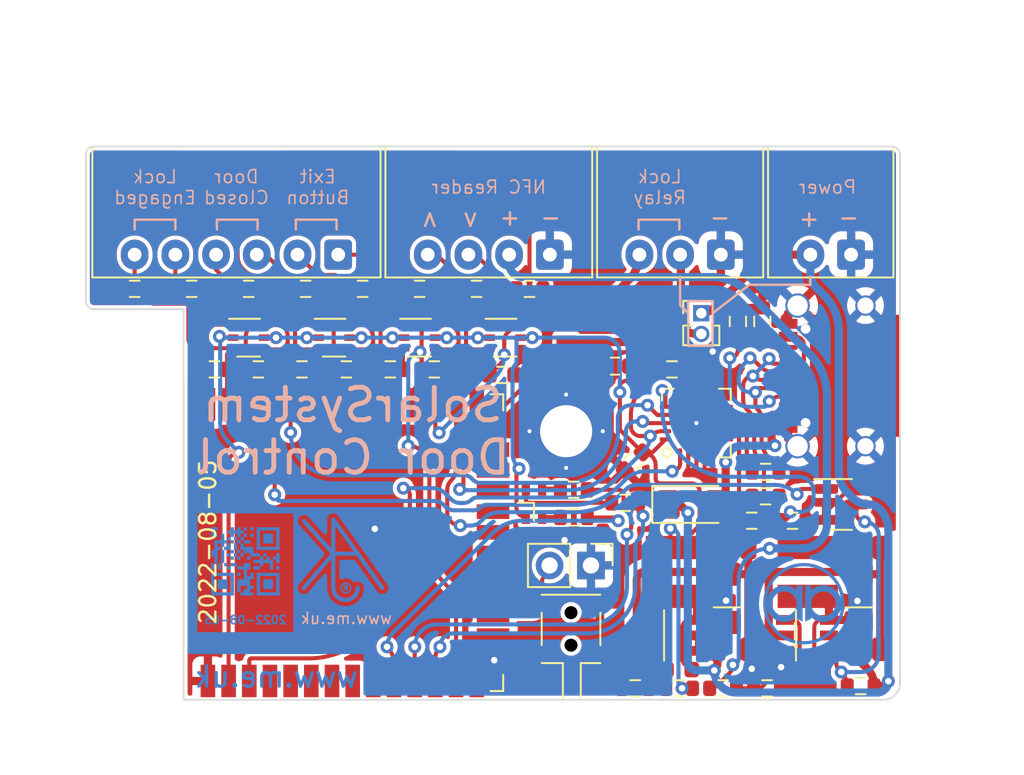
<source format=kicad_pcb>
(kicad_pcb (version 20211014) (generator pcbnew)
  (title_block (title "Access Control") (date "${DATE}") (rev "3") (company "Adrian Kennard Andrews & Arnold Ltd") (comment 1 "www.me.uk"))
  (layers (0 "F.Cu" signal) (31 "B.Cu" signal) (34 "B.Paste" user) (35 "F.Paste" user) (36 "B.SilkS" user "B.Silkscreen") (37 "F.SilkS" user "F.Silkscreen") (38 "B.Mask" user) (39 "F.Mask" user) (44 "Edge.Cuts" user))
  (property "DATE" "2022-08-05")
  (net 0 "")
  (net 1 "+3V3")
  (net 2 "VBUS")
  (net 3 "GND")
  (net 4 "RFTX")
  (net 5 "RFRX")
  (net 6 "+5V")
  (net 7 "D-")
  (net 8 "D+")
  (net 9 "OUT1")
  (net 10 "SHDN")
  (net 11 "O")
  (net 12 "I")
  (net 13 "IN1")
  (net 14 "IN2")
  (net 15 "IN3")
  (net 16 "EN")
  (net 17 "+12V")
  (net 18 "Net-(J1-PadA7)")
  (net 19 "Net-(J1-PadA6)")
  (net 21 "Net-(J1-PadA5)")
  (net 22 "Net-(J1-PadB5)")
  (net 24 "Net-(Q1-Pad3)")
  (net 25 "TAMPER")
  (net 26 "IN4")
  (net 27 "IN5")
  (net 28 "IN6")
  (net 29 "Net-(J2-Pad4)")
  (net 30 "Net-(J2-Pad3)")
  (net 31 "Net-(R2-Pad2)")
  (net 32 "Net-(J3-Pad6)")
  (net 33 "Net-(J3-Pad5)")
  (net 34 "Net-(J3-Pad4)")
  (net 35 "Net-(J3-Pad3)")
  (net 36 "Net-(J3-Pad2)")
  (net 37 "Net-(J3-Pad1)")
  (net 38 "BOOT")
  (net 39 "Net-(D5-Pad4)")
  (net 40 "Net-(D5-Pad3)")
  (net 41 "Net-(D5-Pad2)")
  (net 42 "Net-(J6-Pad3)")
  (net 43 "Net-(J6-Pad2)")
  (net 44 "R")
  (net 45 "G")
  (net 46 "B")
  (net 65 "Net-(R16-Pad1)")
  (net 66 "Net-(R21-Pad2)")
  (net 67 "Net-(R22-Pad2)")
  (footprint "Diode_SMD:D_1206_3216Metric_Pad1.42x1.75mm_HandSolder" (layer "F.Cu") (at 137.25 88)
    (fp_text reference "D8" hide)
    (fp_text value "D")
  )
  (footprint "RevK:ISO7380-M3-Pad" (layer "F.Cu") (at 129.5 83.5)
    (fp_text reference "H1" hide)
    (fp_text value "MountingHole" hide)
  )
  (footprint "RevK:Molex_MiniSPOX_H2RA" (layer "F.Cu") (at 145.75 72.65 180)
    (fp_text reference "J5" hide)
    (fp_text value "POWER")
  )
  (footprint "RevK:Molex_MiniSPOX_H3RA" (layer "F.Cu") (at 136.5 72.65 180)
    (fp_text reference "J6" hide)
    (fp_text value "DOOR")
  )
  (footprint "RevK:Special-SOP-4-3.7x4.55" (layer "F.Cu") (at 132.5 76.75 90)
    (fp_text reference "U3" hide)
    (fp_text value "G3VM-41GR8")
  )
  (footprint "Resistor_SMD:R_0603_1608Metric_Pad0.98x0.95mm_HandSolder" (layer "F.Cu") (at 132.5 79.5 180)
    (fp_text reference "R16" hide)
    (fp_text value "1K")
  )
  (footprint "RevK:USC16-TR-Round" (layer "F.Cu") (at 149.995 80.1 90)
    (fp_text reference "J1" hide)
    (fp_text value "USB-C")
  )
  (footprint "RevK:R_0603" (layer "F.Cu") (at 141.75 87.5)
    (fp_text reference "R15" hide)
    (fp_text value "27R")
  )
  (footprint "RevK:R_0603" (layer "F.Cu") (at 141.75 86)
    (fp_text reference "R14" hide)
    (fp_text value "27R")
  )
  (footprint "RevK:QFN-20-1EP_4x4mm_P0.5mm_EP2.5x2.5mm" (layer "F.Cu") (at 137.5 83 90)
    (fp_text reference "U2" hide)
    (fp_text value "FT231XQ")
  )
  (footprint "RevK:Molex_MiniSPOX_H4RA" (layer "F.Cu") (at 124.75 72.65 180)
    (fp_text reference "J2" hide)
    (fp_text value "RFID")
  )
  (footprint "RevK:Molex_MiniSPOX_H6RA" (layer "F.Cu") (at 109.25 72.65 180)
    (fp_text reference "J3" hide)
    (fp_text value "INPUTS")
  )
  (footprint "RevK:R_0603" (layer "F.Cu") (at 141.55 76.75 -90)
    (fp_text reference "R13" hide)
    (fp_text value "5K1")
  )
  (footprint "RevK:C_0603" (layer "F.Cu") (at 133.651992 85.348008 -135)
    (fp_text reference "C1" hide)
    (fp_text value "0.1uF")
  )
  (footprint "RevK:ESE13" (layer "F.Cu") (at 129.8 95.65 -90)
    (fp_text reference "SW1" hide)
    (fp_text value "ESE13V01D")
  )
  (footprint "Connector_PinHeader_2.54mm:PinHeader_1x02_P2.54mm_Vertical" (layer "F.Cu") (at 131.025 91.75 -90)
    (fp_text reference "J4" hide)
    (fp_text value "ExtTamper")
  )
  (footprint "RevK:R_0603" (layer "F.Cu") (at 127.25 74.75)
    (fp_text reference "R4" hide)
    (fp_text value "100R")
  )
  (footprint "RevK:R_0603" (layer "F.Cu") (at 124 74.75)
    (fp_text reference "R5" hide)
    (fp_text value "100R")
  )
  (footprint "Package_TO_SOT_SMD:SOT-363_SC-70-6" (layer "F.Cu") (at 120.5 77.75)
    (fp_text reference "D2" hide)
    (fp_text value "BAV99S")
  )
  (footprint "RevK:R_0603" (layer "F.Cu") (at 120.5 74.75)
    (fp_text reference "R6" hide)
    (fp_text value "100R")
  )
  (footprint "RevK:R_0603" (layer "F.Cu") (at 117 74.75)
    (fp_text reference "R7" hide)
    (fp_text value "100R")
  )
  (footprint "Package_TO_SOT_SMD:SOT-363_SC-70-6" (layer "F.Cu") (at 125.75 77.75)
    (fp_text reference "D1" hide)
    (fp_text value "BAV99S")
  )
  (footprint "RevK:R_0603" (layer "F.Cu") (at 147.59 99.16)
    (fp_text reference "R20" hide)
    (fp_text value "100K")
  )
  (footprint "RevK:R_0603" (layer "F.Cu") (at 140.05 76.75 90)
    (fp_text reference "R12" hide)
    (fp_text value "5K1")
  )
  (footprint "Package_TO_SOT_SMD:SOT-363_SC-70-6" (layer "F.Cu") (at 115.25 77.75)
    (fp_text reference "D3" hide)
    (fp_text value "BAV99S")
  )
  (footprint "Package_TO_SOT_SMD:SOT-363_SC-70-6" (layer "F.Cu") (at 110 77.75)
    (fp_text reference "D4" hide)
    (fp_text value "BAV99S")
  )
  (footprint "RevK:R_0603" (layer "F.Cu") (at 113.5 74.75)
    (fp_text reference "R8" hide)
    (fp_text value "100R")
  )
  (footprint "RevK:R_0603" (layer "F.Cu") (at 110 74.75)
    (fp_text reference "R9" hide)
    (fp_text value "100R")
  )
  (footprint "RevK:R_0603" (layer "F.Cu") (at 106.5 74.75)
    (fp_text reference "R10" hide)
    (fp_text value "100R")
  )
  (footprint "RevK:R_0603" (layer "F.Cu") (at 103 74.75)
    (fp_text reference "R11" hide)
    (fp_text value "100R")
  )
  (footprint "RevK:C_0603" (layer "F.Cu") (at 121.4 79.7)
    (fp_text reference "C3" hide)
    (fp_text value "33pF")
  )
  (footprint "RevK:C_0603" (layer "F.Cu") (at 118.7 79.7 180)
    (fp_text reference "C4" hide)
    (fp_text value "33pF")
  )
  (footprint "RevK:C_0603" (layer "F.Cu") (at 116 79.7)
    (fp_text reference "C5" hide)
    (fp_text value "33pF")
  )
  (footprint "RevK:C_0603" (layer "F.Cu") (at 113.275 79.7 180)
    (fp_text reference "C6" hide)
    (fp_text value "33pF")
  )
  (footprint "RevK:C_0603" (layer "F.Cu") (at 110.6 79.7)
    (fp_text reference "C7" hide)
    (fp_text value "33pF")
  )
  (footprint "RevK:C_0603" (layer "F.Cu") (at 107.9 79.7 180)
    (fp_text reference "C8" hide)
    (fp_text value "33pF")
  )
  (footprint "RevK:C_0603" (layer "F.Cu") (at 125.56 80.04)
    (fp_text reference "C2" hide)
    (fp_text value "33pF")
  )
  (footprint "Package_TO_SOT_SMD:SOT-23" (layer "F.Cu") (at 146.4 88)
    (fp_text reference "Q1" hide)
    (fp_text value "NX7002AK")
  )
  (footprint "RevK:LED-RGB-1.6x1.6" (layer "F.Cu") (at 127.525 87.9 -90)
    (fp_text reference "D5" hide)
    (fp_text value "RGB")
  )
  (footprint "RevK:R_0603" (layer "F.Cu") (at 133.125 87.9)
    (fp_text reference "R17" hide)
    (fp_text value "732R")
  )
  (footprint "RevK:R_0603" (layer "F.Cu") (at 129.975 87.1)
    (fp_text reference "R18" hide)
    (fp_text value "2K")
  )
  (footprint "RevK:R_0603" (layer "F.Cu") (at 129.975 88.8)
    (fp_text reference "R19" hide)
    (fp_text value "324R")
  )
  (footprint "RevK:Hidden" (layer "F.Cu") (at 144.54 98.16 180)
    (fp_text reference "C9" hide)
    (fp_text value "0.1uF")
  )
  (footprint "RevK:Hidden" (layer "F.Cu") (at 147.84 96.91 180)
    (fp_text reference "C10" hide)
    (fp_text value "2.2uF")
  )
  (footprint "RevK:Hidden" (layer "F.Cu") (at 147.84 90.66 180)
    (fp_text reference "C11" hide)
    (fp_text value "10uF")
  )
  (footprint "RevK:Hidden" (layer "F.Cu") (at 147.46 93.78 90)
    (fp_text reference "D6" hide)
    (fp_text value "Schottky")
  )
  (footprint "RevK:Hidden" (layer "F.Cu") (at 144.29 92.16 -90)
    (fp_text reference "L1" hide)
    (fp_text value "6.8uH")
  )
  (footprint "RevK:Hidden" (layer "F.Cu") (at 136.44 98.15 180)
    (fp_text reference "C12" hide)
    (fp_text value "0.1uF")
  )
  (footprint "RevK:Hidden" (layer "F.Cu") (at 139.74 90.65 180)
    (fp_text reference "C14" hide)
    (fp_text value "10uF")
  )
  (footprint "RevK:Hidden" (layer "F.Cu") (at 139.36 93.77 90)
    (fp_text reference "D7" hide)
    (fp_text value "Schottky")
  )
  (footprint "RevK:Hidden" (layer "F.Cu") (at 136.19 92.15 -90)
    (fp_text reference "L2" hide)
    (fp_text value "6.8uH")
  )
  (footprint "RevK:Hidden" (layer "F.Cu") (at 139.74 96.9 180)
    (fp_text reference "C13" hide)
    (fp_text value "2.2uF")
  )
  (footprint "RevK:RegulatorBlockFB" (layer "F.Cu") (at 136.19 96.05 90)
    (fp_text reference "U5" hide)
    (fp_text value "LMR16006+FB")
  )
  (footprint "Connector_PinHeader_1.27mm:PinHeader_1x02_P1.27mm_Vertical" (layer "F.Cu") (at 137.8 76.25)
    (fp_text reference "JP1" hide)
    (fp_text value "12V")
  )
  (footprint "RevK:R_0603" (layer "F.Cu") (at 139.14 99.3)
    (fp_text reference "R21" hide)
    (fp_text value "100k 1% or 0R")
  )
  (footprint "RevK:R_0603" (layer "F.Cu") (at 133.74 99.3)
    (fp_text reference "R24" hide)
    (fp_text value "18k 1% or NF")
  )
  (footprint "RevK:R_0603" (layer "F.Cu") (at 140.9 89)
    (fp_text reference "R2" hide)
    (fp_text value "4k7")
  )
  (footprint "RevK:R_0603" (layer "F.Cu") (at 143.4 89)
    (fp_text reference "R3" hide)
    (fp_text value "10k")
  )
  (footprint "RevK:R_0603" (layer "F.Cu") (at 136.44 99.3 180)
    (fp_text reference "R22" hide)
    (fp_text value "100k 1% or 0R")
  )
  (footprint "RevK:RegulatorBlockFB" (layer "F.Cu") (at 144.29 96.05 90)
    (fp_text reference "U4" hide)
    (fp_text value "LMR16006+FB")
  )
  (footprint "RevK:ESP32-WROOM-32" (layer "F.Cu") (at 115.755 90.35 90)
    (fp_text reference "U1" hide)
    (fp_text value "ESP32-WROOM-32")
  )
  (footprint "RevK:R_0603" (layer "F.Cu") (at 141.84 99.3 180)
    (fp_text reference "R23" hide)
    (fp_text value "30k 1% or NF")
  )
  (footprint "RevK:R_0603" (layer "F.Cu") (at 136 79.7)
    (fp_text reference "R1" hide)
    (fp_text value "10k")
  )
  (footprint "RevK:AJK" (layer "B.Cu") (at 115.2 91.025 180)
    (fp_text reference "AJK1" hide)
    (fp_text value "AJK" hide)
  )
  (footprint "RevK:AA" (layer "B.Cu") (at 144.1 94.1 180)
    (fp_text reference "U6" hide)
    (fp_text value "AA" hide)
  )
  (footprint "RevK:QR-SS" (layer "B.Cu") (at 109.8 91.5 180)
    (fp_text reference "U7" hide)
    (fp_text value "QR" hide)
  )
  (gr_line (start 136.45 71.1) (end 136.45 70.5) (layer "B.SilkS") (width 0.15))
  (gr_line (start 133.95 70.5) (end 136.45 70.5) (layer "B.SilkS") (width 0.15))
  (gr_line (start 133.95 70.5) (end 133.95 71.1) (layer "B.SilkS") (width 0.15))
  (gr_line (start 103 70.5) (end 103 71.1) (layer "B.SilkS") (width 0.15))
  (gr_line (start 103 70.5) (end 105.5 70.5) (layer "B.SilkS") (width 0.15))
  (gr_line (start 105.5 71.1) (end 105.5 70.5) (layer "B.SilkS") (width 0.15))
  (gr_line (start 108.05 70.5) (end 108.05 71.1) (layer "B.SilkS") (width 0.15))
  (gr_line (start 108.05 70.5) (end 110.55 70.5) (layer "B.SilkS") (width 0.15))
  (gr_line (start 110.55 71.1) (end 110.55 70.5) (layer "B.SilkS") (width 0.15))
  (gr_line (start 112.9 70.5) (end 112.9 71.1) (layer "B.SilkS") (width 0.15))
  (gr_line (start 112.9 70.5) (end 115.4 70.5) (layer "B.SilkS") (width 0.15))
  (gr_line (start 115.4 71.1) (end 115.4 70.5) (layer "B.SilkS") (width 0.15))
  (gr_line (start 138.5 78.25) (end 137 78.25) (layer "B.SilkS") (width 0.15))
  (gr_line (start 136.5 75.75) (end 137 76.25) (layer "B.SilkS") (width 0.15))
  (gr_line (start 140.75 74.5) (end 144.5 74.5) (layer "B.SilkS") (width 0.15))
  (gr_line (start 138.5 76.25) (end 140.75 74.5) (layer "B.SilkS") (width 0.15))
  (gr_line (start 137 75.5) (end 138.5 75.5) (layer "B.SilkS") (width 0.15))
  (gr_line (start 144.5 74.5) (end 144.5 74) (layer "B.SilkS") (width 0.15))
  (gr_line (start 136.5 74) (end 136.5 75.75) (layer "B.SilkS") (width 0.15))
  (gr_line (start 138.5 75.5) (end 138.5 78.25) (layer "B.SilkS") (width 0.15))
  (gr_line (start 137 78.25) (end 137 75.5) (layer "B.SilkS") (width 0.15))
  (gr_line (start 100.5 66) (end 149.5 66) (layer "Edge.Cuts") (width 0.1))
  (gr_line (start 150 66.5) (end 150 99) (layer "Edge.Cuts") (width 0.1))
  (gr_line (start 149 100) (end 106 100) (layer "Edge.Cuts") (width 0.1))
  (gr_line (start 106 100) (end 106 76) (layer "Edge.Cuts") (width 0.1))
  (gr_line (start 106 76) (end 100.5 76) (layer "Edge.Cuts") (width 0.1))
  (gr_line (start 100 75.5) (end 100 66.5) (layer "Edge.Cuts") (width 0.1))
  (gr_arc (start 100.5 76) (mid 100.146447 75.853553) (end 100 75.5) (layer "Edge.Cuts") (width 0.1))
  (gr_arc (start 149.5 66) (mid 149.853553 66.146447) (end 150 66.5) (layer "Edge.Cuts") (width 0.1))
  (gr_arc (start 100 66.5) (mid 100.146447 66.146447) (end 100.5 66) (layer "Edge.Cuts") (width 0.1))
  (gr_arc (start 150 99) (mid 149.707107 99.707107) (end 149 100) (layer "Edge.Cuts") (width 0.1))
  (gr_text "DOOR" (at 136.5 67.5) (layer "F.Cu") (effects (font (size 1 1) (thickness 0.2))))
  (gr_text "INPUTS" (at 109 67.5) (layer "F.Cu") (effects (font (size 1 1) (thickness 0.2))))
  (gr_text "NFC" (at 124.75 67.5) (layer "F.Cu") (effects (font (size 1 1) (thickness 0.2))))
  (gr_text "POWER" (at 145.5 67.5) (layer "F.Cu") (effects (font (size 1 1) (thickness 0.2))))
  (gr_text "www.me.uk" (at 111.7 98.6) (layer "B.Cu") (effects (font (size 1.25 1.25) (thickness 0.2)) (justify mirror)))
  (gr_text "-" (at 128.55 70.5 180) (layer "B.SilkS") (effects (font (size 1 1)) (justify mirror)))
  (gr_text "-" (at 146.85 70.5 180) (layer "B.SilkS") (effects (font (size 1 1)) (justify mirror)))
  (gr_text "+" (at 144.35 70.5 90) (layer "B.SilkS") (effects (font (size 1 1)) (justify mirror)))
  (gr_text ">" (at 123.55 70.5 90) (layer "B.SilkS") (effects (font (size 1 1)) (justify mirror)))
  (gr_text "+" (at 126.05 70.5 180) (layer "B.SilkS") (effects (font (size 1 1)) (justify mirror)))
  (gr_text "-" (at 138.95 70.5 180) (layer "B.SilkS") (effects (font (size 1 1)) (justify mirror)))
  (gr_text "<" (at 121.05 70.5 90) (layer "B.SilkS") (effects (font (size 1 1)) (justify mirror)))
  (gr_text "Lock\nEngaged" (at 104.25 68.5) (layer "B.SilkS") (effects (font (size 0.8 0.8) (thickness 0.1)) (justify mirror)))
  (gr_text "NFC Reader" (at 124.75 68.5) (layer "B.SilkS") (effects (font (size 0.8 0.8) (thickness 0.1)) (justify mirror)))
  (gr_text "Lock\nRelay" (at 135.25 68.5) (layer "B.SilkS") (effects (font (size 0.8 0.8) (thickness 0.1)) (justify mirror)))
  (gr_text "Door\nClosed" (at 109.25 68.5) (layer "B.SilkS") (effects (font (size 0.8 0.8) (thickness 0.1)) (justify mirror)))
  (gr_text "Exit\nButton" (at 114.25 68.5) (layer "B.SilkS") (effects (font (size 0.8 0.8) (thickness 0.1)) (justify mirror)))
  (gr_text "Power" (at 145.55 68.5) (layer "B.SilkS") (effects (font (size 0.8 0.8) (thickness 0.1)) (justify mirror)))
  (gr_text "SolarSystem\nDoor Control" (at 116.4 83.5) (layer "B.SilkS") (effects (font (size 2 2) (thickness 0.3)) (justify mirror)))
  (gr_text "www.me.uk" (at 116 95) (layer "B.SilkS") (effects (font (size 0.7 0.7) (thickness 0.1)) (justify mirror)))
  (gr_text "${DATE}" (at 107.5 90.3 90) (layer "F.SilkS") (effects (font (size 1 1))))
  (segment (start 138 80.575) (end 138 81.1) (width 0.25) (layer "F.Cu") (net 1))
  (segment (start 124.078137 77.75) (end 124.078136 77.750001) (width 0.25) (layer "F.Cu") (net 1))
  (segment (start 135.9 89.4745) (end 135.9 90.31) (width 0.25) (layer "F.Cu") (net 1))
  (segment (start 126.449999 85.960003) (end 126.449999 88.199999) (width 0.25) (layer "F.Cu") (net 1))
  (segment (start 135.282104 86.706509) (end 137.206509 86.706509) (width 0.25) (layer "F.Cu") (net 1))
  (segment (start 121.45 77.75) (end 122.171863 77.75) (width 0.25) (layer "F.Cu") (net 1))
  (segment (start 134.2 84.8) (end 134.18931 84.8) (width 0.25) (layer "F.Cu") (net 1))
  (segment (start 127.421863 77.75) (end 127.421864 77.749999) (width 0.25) (layer "F.Cu") (net 1))
  (segment (start 126.7 77.75) (end 127.421863 77.75) (width 0.25) (layer "F.Cu") (net 1))
  (segment (start 136.1 78.8) (end 135.058217 78.8) (width 0.25) (layer "F.Cu") (net 1))
  (segment (start 134.8 84.8) (end 134.2 84.8) (width 0.25) (layer "F.Cu") (net 1))
  (segment (start 134.4 79.458217) (end 134.4 79.8) (width 0.25) (layer "F.Cu") (net 1))
  (segment (start 136.825 79.525) (end 136.825 79.7) (width 0.25) (layer "F.Cu") (net 1))
  (segment (start 114.3 77.75) (end 113.578137 77.75) (width 0.25) (layer "F.Cu") (net 1))
  (segment (start 109.05 77.75) (end 108.284598 77.75) (width 0.25) (layer "F.Cu") (net 1))
  (segment (start 119.55 77.75) (end 118.828137 77.75) (width 0.25) (layer "F.Cu") (net 1))
  (segment (start 137.69999 87.19999) (end 137.69999 89.28001) (width 0.25) (layer "F.Cu") (net 1))
  (segment (start 108.77 98.85) (end 108.77 85.43) (width 0.25) (layer "F.Cu") (net 1))
  (segment (start 138.782843 81.782842) (end 138.8 81.8) (width 0.25) (layer "F.Cu") (net 1))
  (segment (start 137.69999 89.28001) (end 136.24 90.74) (width 0.25) (layer "F.Cu") (net 1))
  (segment (start 116.2 77.75) (end 116.921863 77.75) (width 0.25) (layer "F.Cu") (net 1))
  (segment (start 122.171863 77.75) (end 122.171864 77.749999) (width 0.25) (layer "F.Cu") (net 1))
  (segment (start 110.95 77.75) (end 111.678113 77.75) (width 0.25) (layer "F.Cu") (net 1))
  (segment (start 132.799731 83.410421) (end 132.799731 81.099871) (width 0.25) (layer "F.Cu") (net 1))
  (segment (start 118.828137 77.75) (end 118.828136 77.750001) (width 0.25) (layer "F.Cu") (net 1))
  (segment (start 139.282842 82) (end 139.4 82) (width 0.25) (layer "F.Cu") (net 1))
  (segment (start 132.800975 81.098627) (end 132.799731 81.099871) (width 0.25) (layer "F.Cu") (net 1))
  (segment (start 135.6 84) (end 134.8 84.8) (width 0.25) (layer "F.Cu") (net 1))
  (segment (start 138 81.1) (end 138.5 81.1) (width 0.25) (layer "F.Cu") (net 1))
  (segment (start 124.8 77.75) (end 124.078137 77.75) (width 0.25) (layer "F.Cu") (net 1))
  (segment (start 137.265 99.3) (end 136.62 99.3) (width 0.25) (layer "F.Cu") (net 1))
  (segment (start 133.8 80.4) (end 133.2 80.4) (width 0.25) (layer "F.Cu") (net 1))
  (segment (start 134.18931 84.8) (end 132.799731 83.410421) (width 0.25) (layer "F.Cu") (net 1))
  (segment (start 135 85.6) (end 135 86.424405) (width 0.25) (layer "F.Cu") (net 1))
  (segment (start 132.800975 80.747467) (end 132.800975 81.098627) (width 0.25) (layer "F.Cu") (net 1))
  (segment (start 108.284598 77.75) (end 108.210098 77.6755) (width 0.25) (layer "F.Cu") (net 1))
  (via (at 132.799731 81.099871) (size 0.8) (drill 0.4) (layers "F.Cu" "B.Cu") (net 1))
  (via (at 111.678113 77.75) (size 0.8) (drill 0.4) (layers "F.Cu" "B.Cu") (net 1))
  (via (at 118.828136 77.750001) (size 0.8) (drill 0.4) (layers "F.Cu" "B.Cu") (net 1))
  (via (at 113.578136 77.750001) (size 0.8) (drill 0.4) (layers "F.Cu" "B.Cu") (net 1))
  (via (at 126.610002 85.8) (size 0.8) (drill 0.4) (layers "F.Cu" "B.Cu") (net 1))
  (via (at 108.210098 77.6755) (size 0.8) (drill 0.4) (layers "F.Cu" "B.Cu") (net 1))
  (via (at 127.421864 77.749999) (size 0.8) (drill 0.4) (layers "F.Cu" "B.Cu") (net 1))
  (via (at 109.4 84.8) (size 0.8) (drill 0.4) (layers "F.Cu" "B.Cu") (net 1))
  (via (at 135.9 89.4745) (size 0.8) (drill 0.4) (layers "F.Cu" "B.Cu") (net 1))
  (via (at 122.171864 77.749999) (size 0.8) (drill 0.4) (layers "F.Cu" "B.Cu") (net 1))
  (via (at 136.62 99.3) (size 0.8) (drill 0.4) (layers "F.Cu" "B.Cu") (net 1))
  (via (at 124.078136 77.750001) (size 0.8) (drill 0.4) (layers "F.Cu" "B.Cu") (net 1))
  (via (at 116.921864 77.749999) (size 0.8) (drill 0.4) (layers "F.Cu" "B.Cu") (net 1))
  (arc (start 126.610002 85.8) (mid 126.496863 85.846864) (end 126.449999 85.960003) (width 0.25) (layer "F.Cu") (net 1))
  (arc (start 135 86.424405) (mid 135.082626 86.623883) (end 135.282104 86.706509) (width 0.25) (layer "F.Cu") (net 1))
  (arc (start 138.5 81.1) (mid 138.573508 81.469552) (end 138.782843 81.782842) (width 0.25) (layer "F.Cu") (net 1))
  (arc (start 134.4 79.8) (mid 134.224264 80.224264) (end 133.8 80.4) (width 0.25) (layer "F.Cu") (net 1))
  (arc (start 137.325 79.9) (mid 137.802297 80.097703) (end 138 80.575) (width 0.25) (layer "F.Cu") (net 1))
  (arc (start 137.206509 86.706509) (mid 137.555453 86.851046) (end 137.69999 87.19999) (width 0.25) (layer "F.Cu") (net 1))
  (arc (start 126.449999 88.199999) (mid 126.618413 88.606586) (end 127.025 88.775) (width 0.25) (layer "F.Cu") (net 1))
  (arc (start 108.77 85.43) (mid 108.954523 84.984523) (end 109.4 84.8) (width 0.25) (layer "F.Cu") (net 1))
  (arc (start 134.2 84.8) (mid 134.765685 85.034315) (end 135 85.6) (width 0.25) (layer "F.Cu") (net 1))
  (arc (start 133.2 80.4) (mid 132.936262 80.499264) (end 132.800975 80.747467) (width 0.25) (layer "F.Cu") (net 1))
  (arc (start 135.058217 78.8) (mid 134.592787 78.992787) (end 134.4 79.458217) (width 0.25) (layer "F.Cu") (net 1))
  (arc (start 136.1 78.8) (mid 136.612652 79.012348) (end 136.825 79.525) (width 0.25) (layer "F.Cu") (net 1))
  (arc (start 135.9 90.31) (mid 135.999584 90.550416) (end 136.24 90.65) (width 0.25) (layer "F.Cu") (net 1))
  (arc (start 138.8 81.8) (mid 139.021529 81.948022) (end 139.282842 82) (width 0.25) (layer "F.Cu") (net 1))
  (segment (start 116.921862 77.750001) (end 116.921864 77.749999) (width 0.25) (layer "B.Cu") (net 1))
  (segment (start 116.921864 77.749999) (end 118.828134 77.749999) (width 0.25) (layer "B.Cu") (net 1))
  (segment (start 127.421862 77.750001) (end 127.421864 77.749999) (width 0.25) (layer "B.Cu") (net 1))
  (segment (start 108.210098 77.6755) (end 108.284598 77.75) (width 0.25) (layer "B.Cu") (net 1))
  (segment (start 122.171862 77.750001) (end 122.171864 77.749999) (width 0.25) (layer "B.Cu") (net 1))
  (segment (start 113.578136 77.750001) (end 116.921862 77.750001) (width 0.25) (layer "B.Cu") (net 1))
  (segment (start 113.578135 77.75) (end 113.578136 77.750001) (width 0.25) (layer "B.Cu") (net 1))
  (segment (start 124.078134 77.749999) (end 124.078136 77.750001) (width 0.25) (layer "B.Cu") (net 1))
  (segment (start 118.828136 77.750001) (end 122.171862 77.750001) (width 0.25) (layer "B.Cu") (net 1))
  (segment (start 122.171864 77.749999) (end 124.078134 77.749999) (width 0.25) (layer "B.Cu") (net 1))
  (segment (start 126.449999 77.750001) (end 126.449999 79.208582) (width 0.25) (layer "B.Cu") (net 1))
  (segment (start 118.828134 77.749999) (end 118.828136 77.750001) (width 0.25) (layer "B.Cu") (net 1))
  (segment (start 127.421864 77.749999) (end 131.849999 77.749999) (width 0.25) (layer "B.Cu") (net 1))
  (segment (start 108.25 82.942894) (end 108.25 77.715402) (width 0.25) (layer "B.Cu") (net 1))
  (segment (start 111.678113 77.75) (end 113.578135 77.75) (width 0.25) (layer "B.Cu") (net 1))
  (segment (start 132.798013 78.606629) (end 132.798013 81.098153) (width 0.25) (layer "B.Cu") (net 1))
  (segment (start 111.678113 77.75) (end 108.284598 77.75) (width 0.25) (layer "B.Cu") (net 1))
  (segment (start 136.4 89.9745) (end 136.4 99.08) (width 0.25) (layer "B.Cu") (net 1))
  (segment (start 126.210003 79.787982) (end 126.210003 84.834317) (width 0.25) (layer "B.Cu") (net 1))
  (segment (start 132.798013 81.098153) (end 132.799731 81.099871) (width 0.25) (layer "B.Cu") (net 1))
  (segment (start 126.449999 77.750001) (end 127.421862 77.750001) (width 0.25) (layer "B.Cu") (net 1))
  (segment (start 124.078136 77.750001) (end 126.449999 77.750001) (width 0.25) (layer "B.Cu") (net 1))
  (segment (start 109.4 84.8) (end 108.75 84.15) (width 0.25) (layer "B.Cu") (net 1))
  (arc (start 108.75 84.15) (mid 108.379946 83.596175) (end 108.25 82.942894) (width 0.25) (layer "B.Cu") (net 1))
  (arc (start 131.849999 77.749999) (mid 132.48798 77.996096) (end 132.798013 78.606629) (width 0.25) (layer "B.Cu") (net 1))
  (arc (start 126.35 79.45) (mid 126.246387 79.605068) (end 126.210003 79.787982) (width 0.25) (layer "B.Cu") (net 1))
  (arc (start 126.449999 79.208582) (mid 126.42401 79.339236) (end 126.35 79.45) (width 0.25) (layer "B.Cu") (net 1))
  (arc (start 135.9 89.4745) (mid 136.253553 89.620947) (end 136.4 89.9745) (width 0.25) (layer "B.Cu") (net 1))
  (arc (start 136.4 99.08) (mid 136.464437 99.235563) (end 136.62 99.3) (width 0.25) (layer "B.Cu") (net 1))
  (arc (start 126.210003 84.834317) (mid 126.313958 85.35694) (end 126.610002 85.8) (width 0.25) (layer "B.Cu") (net 1))
  (segment (start 139.7375 89) (end 140.075 89) (width 0.25) (layer "F.Cu") (net 2))
  (segment (start 144.1 78.179994) (end 144.1 82.020006) (width 0.25) (layer "F.Cu") (net 2))
  (segment (start 142.115489 82.550489) (end 142.115489 84.049511) (width 0.5) (layer "F.Cu") (net 2))
  (segment (start 142.3245 84.258522) (end 142.3245 84.386962) (width 0.5) (layer "F.Cu") (net 2))
  (segment (start 142.115489 84.049511) (end 142.3245 84.258522) (width 0.5) (layer "F.Cu") (net 2))
  (segment (start 143.620006 82.5) (end 143.135 82.5) (width 0.25) (layer "F.Cu") (net 2))
  (segment (start 139.3 85.4) (end 139.3 87.4375) (width 0.5) (layer "F.Cu") (net 2))
  (segment (start 143.135 82.5) (end 142.165978 82.5) (width 0.5) (layer "F.Cu") (net 2))
  (segment (start 142.165978 82.5) (end 142.115489 82.550489) (width 0.5) (layer "F.Cu") (net 2))
  (segment (start 143.135 77.7) (end 143.620006 77.7) (width 0.25) (layer "F.Cu") (net 2))
  (via (at 139.3 85.4) (size 0.8) (drill 0.4) (layers "F.Cu" "B.Cu") (net 2))
  (via (at 142.3245 84.386962) (size 0.8) (drill 0.4) (layers "F.Cu" "B.Cu") (net 2))
  (arc (start 143.620006 77.7) (mid 143.959413 77.840587) (end 144.1 78.179994) (width 0.25) (layer "F.Cu") (net 2))
  (arc (start 144.1 82.020006) (mid 143.959413 82.359413) (end 143.620006 82.5) (width 0.25) (layer "F.Cu") (net 2))
  (arc (start 139.3 87.4375) (mid 139.135248 87.835248) (end 138.7375 88) (width 0.5) (layer "F.Cu") (net 2))
  (arc (start 138.7375 88) (mid 139.030393 88.707107) (end 139.7375 89) (width 0.25) (layer "F.Cu") (net 2))
  (segment (start 140.313038 84.386962) (end 142.3245 84.386962) (width 0.5) (layer "B.Cu") (net 2))
  (arc (start 139.3 85.4) (mid 139.596712 84.683674) (end 140.313038 84.386962) (width 0.5) (layer "B.Cu") (net 2))
  (segment (start 143.725 75.775) (end 147.25 79.3) (width 0.25) (layer "F.Cu") (net 3))
  (segment (start 120.4 69.7) (end 126.95 69.7) (width 0.25) (layer "F.Cu") (net 3))
  (segment (start 107.125 81.475) (end 107.5 81.85) (width 0.25) (layer "F.Cu") (net 3))
  (segment (start 147.39 92.5525) (end 147.44 92.5025) (width 0.5) (layer "F.Cu") (net 3))
  (segment (start 111.75 74.25) (end 111.75 74.85) (width 0.25) (layer "F.Cu") (net 3))
  (segment (start 122.647434 77.152566) (end 122.397434 76.902566) (width 0.25) (layer "F.Cu") (net 3))
  (segment (start 139 70.6) (end 139 72.65) (width 0.25) (layer "F.Cu") (net 3))
  (segment (start 138.4 70) (end 139 70.6) (width 0.25) (layer "F.Cu") (net 3))
  (segment (start 128.146866 78.853134) (end 128.146866 77.528134) (width 0.25) (layer "F.Cu") (net 3))
  (segment (start 127.25 75.141783) (end 125.639526 76.752257) (width 0.25) (layer "F.Cu") (net 3))
  (segment (start 119.55 76.3) (end 119.5 76.25) (width 0.25) (layer "F.Cu") (net 3))
  (segment (start 111.255111 78.4) (end 111.330112 78.475001) (width 0.25) (layer "F.Cu") (net 3))
  (segment (start 147 85.3) (end 147.005 85.3) (width 0.25) (layer "F.Cu") (net 3))
  (segment (start 116.2 78.4) (end 116.498863 78.4) (width 0.25) (layer "F.Cu") (net 3))
  (segment (start 109.32499 70.57499) (end 108.75 70) (width 0.25) (layer "F.Cu") (net 3))
  (segment (start 122.175 78.575) (end 122.075 78.475) (width 0.25) (layer "F.Cu") (net 3))
  (segment (start 138 84.9375) (end 138 84.207106) (width 0.25) (layer "F.Cu") (net 3))
  (segment (start 119.55 77.1) (end 119.55 76.3) (width 0.25) (layer "F.Cu") (net 3))
  (segment (start 139.32 92.5225) (end 139.34 92.5025) (width 0.5) (layer "F.Cu") (net 3))
  (segment (start 132.7875 76.7125) (end 134 75.5) (width 0.25) (layer "F.Cu") (net 3))
  (segment (start 129.5 83.375002) (end 132.4 80.475002) (width 0.25) (layer "F.Cu") (net 3))
  (segment (start 132.4 78.7) (end 130.6 78.7) (width 0.25) (layer "F.Cu") (net 3))
  (segment (start 122.100001 74.500001) (end 122.100001 76.1845) (width 0.25) (layer "F.Cu") (net 3))
  (segment (start 122.896866 77.803134) (end 122.896866 77.754748) (width 0.25) (layer "F.Cu") (net 3))
  (segment (start 127.25 70) (end 127.25 75.141783) (width 0.25) (layer "F.Cu") (net 3))
  (segment (start 120 76.25) (end 119.5 76.25) (width 0.25) (layer "F.Cu") (net 3))
  (segment (start 121.45 78.4) (end 121.748863 78.4) (width 0.25) (layer "F.Cu") (net 3))
  (segment (start 135.5 70) (end 138.4 70) (width 0.25) (layer "F.Cu") (net 3))
  (segment (start 137 84.9375) (end 137 84.207106) (width 0.25) (layer "F.Cu") (net 3))
  (segment (start 120.44999 73.94999) (end 119.3 72.8) (width 0.25) (layer "F.Cu") (net 3))
  (segment (start 137.837087 83.337088) (end 137.5 83) (width 0.25) (layer "F.Cu") (net 3))
  (segment (start 117.54999 73.94999) (end 118.44999 73.94999) (width 0.25) (layer "F.Cu") (net 3))
  (segment (start 121.748863 78.4) (end 121.823863 78.475) (width 0.25) (layer "F.Cu") (net 3))
  (segment (start 130.05 79.25) (end 126.75 79.25) (width 0.25) (layer "F.Cu") (net 3))
  (segment (start 145.4625 88.95) (end 145.4625 88.458572) (width 0.25) (layer "F.Cu") (net 3))
  (segment (start 127.75 79.25) (end 128.146866 78.853134) (width 0.25) (layer "F.Cu") (net 3))
  (segment (start 128.9625 76.7125) (end 132.7875 76.7125) (width 0.25) (layer "F.Cu") (net 3))
  (segment (start 119.3 72.8) (end 119.3 70.8) (width 0.25) (layer "F.Cu") (net 3))
  (segment (start 139.32 93.91) (end 139.32 92.5225) (width 0.5) (layer "F.Cu") (net 3))
  (segment (start 107.125 79.7) (end 107.125 81.475) (width 0.25) (layer "F.Cu") (net 3))
  (segment (start 117.646866 78.153134) (end 117.646866 77.753134) (width 0.25) (layer "F.Cu") (net 3))
  (segment (start 109.05 77.1) (end 108.900999 76.950999) (width 0.25) (layer "F.Cu") (net 3))
  (segment (start 126.335 79.565) (end 126.335 80.04) (width 0.25) (layer "F.Cu") (net 3))
  (segment (start 117.925 79.7) (end 117.925 79.075) (width 0.25) (layer "F.Cu") (net 3))
  (segment (start 135.25 74) (end 135.25 70.25) (width 0.25) (layer "F.Cu") (net 3))
  (segment (start 120.44999 73.94999) (end 120.44999 75.80001) (width 0.25) (layer "F.Cu") (net 3))
  (segment (start 118.94999 74.44999) (end 118.94999 75.94999) (width 0.25) (layer "F.Cu") (net 3))
  (segment (start 109.32499 70.57499) (end 109.32499 72.742676) (width 0.25) (layer "F.Cu") (net 3))
  (segment (start 112.5 79.7) (end 111.375 79.7) (width 0.25) (layer "F.Cu") (net 3))
  (segment (start 147.005 85.3) (end 147.885 84.42) (width 0.25) (layer "F.Cu") (net 3))
  (segment (start 129.5 83.5) (end 129.5 83.375002) (width 0.25) (layer "F.Cu") (net 3))
  (segment (start 119.3 70.8) (end 120.4 69.7) (width 0.25) (layer "F.Cu") (net 3))
  (segment (start 130.6 78.7) (end 130.05 79.25) (width 0.25) (layer "F.Cu") (net 3))
  (segment (start 110.95 78.4) (end 111.255111 78.4) (width 0.25) (layer "F.Cu") (net 3))
  (segment (start 121.823863 78.475) (end 122.075 78.475) (width 0.25) (layer "F.Cu") (net 3))
  (segment (start 137.5 84.9375) (end 137.5 83) (width 0.25) (layer "F.Cu") (net 3))
  (segment (start 122.175 79.7) (end 122.175 78.575) (width 0.25) (layer "F.Cu") (net 3))
  (segment (start 106.75 72.915188) (end 106.75 70) (width 0.25) (layer "F.Cu") (net 3))
  (segment (start 135.5 75.48) (end 135.5 74.25) (width 0.25) (layer "F.Cu") (net 3))
  (segment (start 144.275 88.95) (end 144.225 89) (width 0.25) (layer "F.Cu") (net 3))
  (segment (start 134 75.5) (end 135.48 75.5) (width 0.25) (layer "F.Cu") (net 3))
  (segment (start 135.48 75.5) (end 135.5 75.48) (width 0.25) (layer "F.Cu") (net 3))
  (segment (start 122.896866 77.803134) (end 122.896866 78.196866) (width 0.25) (layer "F.Cu") (net 3))
  (segment (start 126.7 78.4) (end 126.7 79.2) (width 0.25) (layer "F.Cu") (net 3))
  (segment (start 112.403123 77.696877) (end 112.403123 78.303123) (width 0.25) (layer "F.Cu") (net 3))
  (segment (start 111.330112 78.475001) (end 112.231245 78.475001) (width 0.25) (layer "F.Cu") (net 3))
  (segment (start 126.7 79.2) (end 126.335 79.565) (width 0.25) (layer "F.Cu") (net 3))
  (segment (start 117.09999 76.540536) (end 117.09999 74.39999) (width 0.25) (layer "F.Cu") (net 3))
  (segment (start 106.749511 76.197843) (end 106.749511 75.707318) (width 0.25) (layer "F.Cu") (net 3))
  (segment (start 111.543909 76.470905) (end 112.143786 77.070782) (width 0.25) (layer "F.Cu") (net 3))
  (segment (start 106.5 75.104946) (end 106.5 73.51874) (width 0.25) (layer "F.Cu") (net 3))
  (segment (start 110.09999 74.440829) (end 110.09999 75.692946) (width 0.25) (layer "F.Cu") (net 3))
  (segment (start 112.5 79.7) (end 112.5 78.743756) (width 0.25) (layer "F.Cu") (net 3))
  (segment (start 122.618732 78.475) (end 122.075 78.475) (width 0.25) (layer "F.Cu") (net 3))
  (segment (start 140.69 96.9) (end 140.69 97.593016) (width 0.5) (layer "F.Cu") (net 3))
  (segment (start 137.837088 83.337087) (end 137.5 83) (width 0.25) (layer "F.Cu") (net 3))
  (segment (start 120.44999 73.94999) (end 121.54999 73.94999) (width 0.25) (layer "F.Cu") (net 3))
  (segment (start 109.719117 73.605831) (end 109.656643 73.543357) (width 0.25) (layer "F.Cu") (net 3))
  (segment (start 135.25 70.25) (end 135.5 70) (width 0.25) (layer "F.Cu") (net 3))
  (segment (start 117.398574 77.153704) (end 117.322435 77.077565) (width 0.25) (layer "F.Cu") (net 3))
  (segment (start 147.25 80.9) (end 143.725 84.425) (width 0.25) (layer "F.Cu") (net 3))
  (segment (start 132.4 80.475002) (end 132.4 78.7) (width 0.25) (layer "F.Cu") (net 3))
  (segment (start 137.5 81.0625) (end 137.5 83) (width 0.25) (layer "F.Cu") (net 3))
  (segment (start 126.95 69.7) (end 127.25 70) (width 0.25) (layer "F.Cu") (net 3))
  (segment (start 108.900999 76.950999) (end 107.502667 76.950999) (width 0.25) (layer "F.Cu") (net 3))
  (segment (start 116.775 79.7) (end 117.925 79.7) (width 0.25) (layer "F.Cu") (net 3))
  (segment (start 116.573863 78.475) (end 117.325 78.475) (width 0.25) (layer "F.Cu") (net 3))
  (segment (start 111.944454 75.319455) (end 113.318413 76.693413) (width 0.25) (layer "F.Cu") (net 3))
  (segment (start 119.25 76.25) (end 119.5 76.25) (width 0.25) (layer "F.Cu") (net 3))
  (segment (start 108.75 70) (end 106.75 70) (width 0.25) (layer "F.Cu") (net 3))
  (segment (start 128.146866 77.528134) (end 128.9625 76.7125) (width 0.25) (layer "F.Cu") (net 3))
  (segment (start 110.307987 74.050231) (end 110.229109 74.129109) (width 0.25) (layer "F.Cu") (net 3))
  (segment (start 145.4625 88.95) (end 144.275 88.95) (width 0.25) (layer "F.Cu") (net 3))
  (segment (start 110.54999 73.94999) (end 111.44999 73.94999) (width 0.25) (layer "F.Cu") (net 3))
  (segment (start 142.625 99.3) (end 142.625 98.075) (width 0.5) (layer "F.Cu") (net 3))
  (segment (start 145.4625 88.458572) (end 147 86.921072) (width 0.25) (layer "F.Cu") (net 3))
  (segment (start 135.5 74.25) (end 135.25 74) (width 0.25) (layer "F.Cu") (net 3))
  (segment (start 147 86.921072) (end 147 85.3) (width 0.25) (layer "F.Cu") (net 3))
  (segment (start 147.39 93.93) (end 147.39 92.5525) (width 0.5) (layer "F.Cu") (net 3))
  (segment (start 126.75 79.25) (end 126.7 79.2) (width 0.25) (layer "F.Cu") (net 3))
  (segment (start 116.498863 78.4) (end 116.573863 78.475) (width 0.25) (layer "F.Cu") (net 3))
  (via (at 147.39 93.93) (size 0.8) (drill 0.4) (layers "F.Cu" "B.Cu") (net 3))
  (via (at 117.75 89.5) (size 0.8) (drill 0.4) (layers "F.Cu" "B.Cu") (net 3))
  (via (at 142.7 98) (size 0.8) (drill 0.4) (layers "F.Cu" "B.Cu") (net 3))
  (via (at 140.9 98.1) (size 0.8) (drill 0.4) (layers "F.Cu" "B.Cu") (net 3))
  (via (at 139.32 93.91) (size 0.8) (drill 0.4) (layers "F.Cu" "B.Cu") (net 3))
  (via (at 125.084023 97.575011) (size 0.8) (drill 0.4) (layers "F.Cu" "B.Cu") (net 3))
  (via (at 129.4 90.2) (size 0.8) (drill 0.4) (layers "F.Cu" "B.Cu") (net 3))
  (via (at 138.5 78.6) (size 0.8) (drill 0.4) (layers "F.Cu" "B.Cu") (net 3))
  (arc (start 110.407044 76) (mid 111.02231 76.122384) (end 111.543909 76.470905) (width 0.25) (layer "F.Cu") (net 3))
  (arc (start 112.5 78.743756) (mid 112.421283 78.553718) (end 112.231245 78.475001) (width 0.25) (layer "F.Cu") (net 3))
  (arc (start 117.325 78.475) (mid 117.552594 78.380728) (end 117.646866 78.153134) (width 0.25) (layer "F.Cu") (net 3))
  (arc (start 110.229109 74.129109) (mid 110.133547 74.272128) (end 110.09999 74.440829) (width 0.25) (layer "F.Cu") (net 3))
  (arc (start 117.322435 77.077565) (mid 117.157801 76.831174) (end 117.09999 76.540536) (width 0.25) (layer "F.Cu") (net 3))
  (arc (start 109.32499 72.742676) (mid 109.411183 73.176001) (end 109.656643 73.543357) (width 0.25) (layer "F.Cu") (net 3))
  (arc (start 117.925 79.075) (mid 117.749264 78.650736) (end 117.325 78.475) (width 0.25) (layer "F.Cu") (net 3))
  (arc (start 118.94999 75.94999) (mid 119.037861 76.162129) (end 119.25 76.25) (width 0.25) (layer "F.Cu") (net 3))
  (arc (start 110.54999 73.94999) (mid 110.100325 73.860546) (end 109.719117 73.605831) (width 0.25) (layer "F.Cu") (net 3))
  (arc (start 106.5 73.51874) (mid 106.524262 73.396764) (end 106.593357 73.293357) (width 0.25) (layer "F.Cu") (net 3))
  (arc (start 122.100001 76.1845) (mid 122.177301 76.573114) (end 122.397434 76.902566) (width 0.25) (layer "F.Cu") (net 3))
  (arc (start 117.09999 74.39999) (mid 117.231792 74.081792) (end 117.54999 73.94999) (width 0.25) (layer "F.Cu") (net 3))
  (arc (start 122.896866 77.754748) (mid 122.832041 77.428849) (end 122.647434 77.152566) (width 0.25) (layer "F.Cu") (net 3))
  (arc (start 112.143786 77.070782) (mid 112.335724 77.358037) (end 112.403123 77.696877) (width 0.25) (layer "F.Cu") (net 3))
  (arc (start 121.54999 73.94999) (mid 121.938907 74.111084) (end 122.100001 74.500001) (width 0.25) (layer "F.Cu") (net 3))
  (arc (start 106.593357 73.293357) (mid 106.70929 73.119851) (end 106.75 72.915188) (width 0.25) (layer "F.Cu") (net 3))
  (arc (start 122.896866 78.196866) (mid 122.815402 78.393536) (end 122.618732 78.475) (width 0.25) (layer "F.Cu") (net 3))
  (arc (start 110.54999 73.94999) (mid 110.419019 73.976042) (end 110.307987 74.050231) (width 0.25) (layer "F.Cu") (net 3))
  (arc (start 106.644998 75.455002) (mid 106.537683 75.294394) (end 106.5 75.104946) (width 0.25) (layer "F.Cu") (net 3))
  (arc (start 106.749511 75.707318) (mid 106.722349 75.570766) (end 106.644998 75.455002) (width 0.25) (layer "F.Cu") (net 3))
  (arc (start 112.403123 78.303123) (mid 112.352781 78.424659) (end 112.231245 78.475001) (width 0.25) (layer "F.Cu") (net 3))
  (arc (start 113.318413 76.693413) (mid 113.768768 76.994331) (end 114.3 77.1) (width 0.25) (layer "F.Cu") (net 3))
  (arc (start 111.44999 73.94999) (mid 111.662129 74.037861) (end 111.75 74.25) (width 0.25) (layer "F.Cu") (net 3))
  (arc (start 142.625 98.075) (mid 142.646967 98.021967) (end 142.7 98) (width 0.5) (layer "F.Cu") (net 3))
  (arc (start 118.44999 73.94999) (mid 118.803543 74.096437) (end 118.94999 74.44999) (width 0.25) (layer "F.Cu") (net 3))
  (arc (start 137 84.207106) (mid 137.129946 83.553825) (end 137.5 83) (width 0.25) (layer "F.Cu") (net 3))
  (arc (start 110.09999 75.692946) (mid 110.189924 75.910066) (end 110.407044 76) (width 0.25) (layer "F.Cu") (net 3))
  (arc (start 139.4375 84) (mid 138.571363 83.827715) (end 137.837088 83.337087) (width 0.25) (layer "F.Cu") (net 3))
  (arc (start 111.75 74.85) (mid 111.800537 75.104067) (end 111.944454 75.319455) (width 0.25) (layer "F.Cu") (net 3))
  (arc (start 107.502667 76.950999) (mid 106.970105 76.730405) (end 106.749511 76.197843) (width 0.25) (layer "F.Cu") (net 3))
  (arc (start 117.646866 77.753134) (mid 117.582337 77.428725) (end 117.398574 77.153704) (width 0.25) (layer "F.Cu") (net 3))
  (arc (start 125.639526 76.752257) (mid 125.254348 77.009625) (end 124.8 77.1) (width 0.25) (layer "F.Cu") (net 3))
  (arc (start 138.5 84.9375) (mid 138.327715 84.071363) (end 137.837087 83.337088) (width 0.25) (layer "F.Cu") (net 3))
  (arc (start 140.69 97.593016) (mid 140.744576 97.867393) (end 140.9 98.1) (width 0.5) (layer "F.Cu") (net 3))
  (arc (start 120.44999 75.80001) (mid 120.318191 76.118201) (end 120 76.25) (width 0.25) (layer "F.Cu") (net 3))
  (arc (start 138 84.207106) (mid 137.870054 83.553825) (end 137.5 83) (width 0.25) (layer "F.Cu") (net 3))
  (segment (start 136.538188 87.375) (end 137.515 87.375) (width 0.5) (layer "B.Cu") (net 3))
  (segment (start 135.074001 89.06593) (end 135.074001 88.839187) (width 0.5) (layer "B.Cu") (net 3))
  (segment (start 139.34 93.93) (end 139.32 93.91) (width 0.5) (layer "B.Cu") (net 3))
  (segment (start 126.009012 98.5) (end 130.5 98.5) (width 0.5) (layer "B.Cu") (net 3))
  (segment (start 139.32 89.18) (end 139.32 93.91) (width 0.5) (layer "B.Cu") (net 3))
  (segment (start 137.515 87.375) (end 139.32 89.18) (width 0.5) (layer "B.Cu") (net 3))
  (segment (start 134.889296 89.250635) (end 135.074001 89.06593) (width 0.5) (layer "B.Cu") (net 3))
  (segment (start 134.889296 94.110704) (end 134.889296 89.250635) (width 0.5) (layer "B.Cu") (net 3))
  (segment (start 135.074001 88.839187) (end 136.538188 87.375) (width 0.5) (layer "B.Cu") (net 3))
  (arc (start 125.084023 97.575011) (mid 125.354946 98.229077) (end 126.009012 98.5) (width 0.5) (layer "B.Cu") (net 3))
  (arc (start 130.5 98.5) (mid 133.603701 97.214405) (end 134.889296 94.110704) (width 0.5) (layer "B.Cu") (net 3))
  (segment (start 123.730134 78.475003) (end 124.724997 78.475003) (width 0.25) (layer "F.Cu") (net 4))
  (segment (start 123.275001 78.930136) (end 123.275001 79.924999) (width 0.25) (layer "F.Cu") (net 4))
  (segment (start 124.724997 78.475003) (end 124.8 78.4) (width 0.25) (layer "F.Cu") (net 4))
  (segment (start 120.2 80.864245) (end 120.2 81.85) (width 0.25) (layer "F.Cu") (net 4))
  (segment (start 123.353134 76.906862) (end 123.353134 78.098003) (width 0.25) (layer "F.Cu") (net 4))
  (segment (start 124.825 74.75) (end 123.8375 75.7375) (width 0.25) (layer "F.Cu") (net 4))
  (segment (start 120.539245 80.524999) (end 120.2 80.864245) (width 0.25) (layer "F.Cu") (net 4))
  (segment (start 122.675001 80.524999) (end 120.539245 80.524999) (width 0.25) (layer "F.Cu") (net 4))
  (arc (start 123.353134 78.098003) (mid 123.463555 78.364582) (end 123.730134 78.475003) (width 0.25) (layer "F.Cu") (net 4))
  (arc (start 123.730134 78.475003) (mid 123.408306 78.608308) (end 123.275001 78.930136) (width 0.25) (layer "F.Cu") (net 4))
  (arc (start 123.275001 79.924999) (mid 123.099265 80.349263) (end 122.675001 80.524999) (width 0.25) (layer "F.Cu") (net 4))
  (arc (start 123.8375 75.7375) (mid 123.479017 76.274007) (end 123.353134 76.906862) (width 0.25) (layer "F.Cu") (net 4))
  (segment (start 125.7 78.8) (end 125.7 77.951123) (width 0.25) (layer "F.Cu") (net 5))
  (segment (start 121.47 83.37) (end 121.7 83.6) (width 0.25) (layer "F.Cu") (net 5))
  (segment (start 125.47019 79.354809) (end 125.4625 79.3625) (width 0.25) (layer "F.Cu") (net 5))
  (segment (start 127.5 76.3) (end 126.7 77.1) (width 0.25) (layer "F.Cu") (net 5))
  (segment (start 126.692544 77.1) (end 126.7 77.1) (width 0.25) (layer "F.Cu") (net 5))
  (segment (start 128.075 74.75) (end 128.075 74.911828) (width 0.25) (layer "F.Cu") (net 5))
  (segment (start 121.47 81.85) (end 121.47 83.37) (width 0.25) (layer "F.Cu") (net 5))
  (segment (start 125.4625 79.3625) (end 124.785 80.04) (width 0.25) (layer "F.Cu") (net 5))
  (via (at 125.7 78.8) (size 0.8) (drill 0.4) (layers "F.Cu" "B.Cu") (net 5))
  (via (at 121.7 83.6) (size 0.8) (drill 0.4) (layers "F.Cu" "B.Cu") (net 5))
  (arc (start 125.7 78.8) (mid 125.640274 79.100261) (end 125.47019 79.354809) (width 0.25) (layer "F.Cu") (net 5))
  (arc (start 128.075 74.911828) (mid 127.925562 75.663101) (end 127.5 76.3) (width 0.25) (layer "F.Cu") (net 5))
  (arc (start 125.919999 77.419999) (mid 126.274446 77.183165) (end 126.692544 77.1) (width 0.25) (layer "F.Cu") (net 5))
  (arc (start 125.7 77.951123) (mid 125.757176 77.663681) (end 125.919999 77.419999) (width 0.25) (layer "F.Cu") (net 5))
  (segment (start 125.134315 80.165686) (end 125.1 80.2) (width 0.25) (layer "B.Cu") (net 5))
  (segment (start 121.7 83.6) (end 125.1 80.2) (width 0.25) (layer "B.Cu") (net 5))
  (arc (start 125.7 78.8) (mid 125.552983 79.539104) (end 125.134315 80.165686) (width 0.25) (layer "B.Cu") (net 5))
  (segment (start 144.34 90.65) (end 142.05 90.65) (width 0.25) (layer "F.Cu") (net 6))
  (segment (start 138.801526 99.098475) (end 139.525252 98.374748) (width 0.25) (layer "F.Cu") (net 6))
  (via (at 142 90.7) (size 0.8) (drill 0.4) (layers "F.Cu" "B.Cu") (net 6))
  (via (at 139.74 97.856301) (size 0.8) (drill 0.4) (layers "F.Cu" "B.Cu") (net 6))
  (arc (start 142.05 90.65) (mid 142.014645 90.664645) (end 142 90.7) (width 0.25) (layer "F.Cu") (net 6))
  (arc (start 138.315 99.3) (mid 138.578306 99.247625) (end 138.801526 99.098475) (width 0.25) (layer "F.Cu") (net 6))
  (arc (start 139.525252 98.374748) (mid 139.684189 98.136883) (end 139.74 97.856301) (width 0.25) (layer "F.Cu") (net 6))
  (segment (start 144 90.7) (end 142 90.7) (width 0.5) (layer "B.Cu") (net 6))
  (segment (start 140.1 97.496301) (end 140.1 92.6) (width 0.25) (layer "B.Cu") (net 6))
  (segment (start 144.45934 78.75934) (end 140.6 74.9) (width 0.5) (layer "B.Cu") (net 6))
  (segment (start 126 73.2) (end 126 72.65) (width 0.5) (layer "B.Cu") (net 6))
  (segment (start 145.52 89.18) (end 145.52 81.32) (width 0.5) (layer "B.Cu") (net 6))
  (segment (start 138.487588 74.02501) (end 126.82501 74.02501) (width 0.5) (layer "B.Cu") (net 6))
  (arc (start 145.52 89.18) (mid 145.074802 90.254802) (end 144 90.7) (width 0.5) (layer "B.Cu") (net 6))
  (arc (start 139.74 97.856301) (mid 139.994558 97.750859) (end 140.1 97.496301) (width 0.25) (layer "B.Cu") (net 6))
  (arc (start 126.82501 74.02501) (mid 126.24164 73.78337) (end 126 73.2) (width 0.5) (layer "B.Cu") (net 6))
  (arc (start 140.6 74.9) (mid 139.630817 74.252412) (end 138.487588 74.02501) (width 0.5) (layer "B.Cu") (net 6))
  (arc (start 145.52 81.32) (mid 145.244344 79.934181) (end 144.45934 78.75934) (width 0.5) (layer "B.Cu") (net 6))
  (arc (start 140.1 92.6) (mid 140.656497 91.256497) (end 142 90.7) (width 0.25) (layer "B.Cu") (net 6))
  (segment (start 140.306996 82.693004) (end 140.406996 82.793004) (width 0.25) (layer "F.Cu") (net 7))
  (segment (start 140.595085 83.247091) (end 140.595085 84.805292) (width 0.25) (layer "F.Cu") (net 7))
  (segment (start 140.925 85.601776) (end 140.925 86) (width 0.25) (layer "F.Cu") (net 7))
  (segment (start 139.4 82.5) (end 139.841044 82.5) (width 0.25) (layer "F.Cu") (net 7))
  (arc (start 140.406996 82.793004) (mid 140.546203 83.001341) (end 140.595085 83.247091) (width 0.25) (layer "F.Cu") (net 7))
  (arc (start 139.841044 82.5) (mid 140.093215 82.55016) (end 140.306996 82.693004) (width 0.25) (layer "F.Cu") (net 7))
  (arc (start 140.595085 84.805292) (mid 140.648341 85.073026) (end 140.8 85.3) (width 0.25) (layer "F.Cu") (net 7))
  (arc (start 140.8 85.3) (mid 140.892513 85.438456) (end 140.925 85.601776) (width 0.25) (layer "F.Cu") (net 7))
  (segment (start 140.925 87.5) (end 140.4 87.5) (width 0.25) (layer "F.Cu") (net 8))
  (segment (start 139.4 83) (end 139.6386 83) (width 0.25) (layer "F.Cu") (net 8))
  (segment (start 140.1193 83.4807) (end 140.1193 87.2193) (width 0.25) (layer "F.Cu") (net 8))
  (arc (start 139.6386 83) (mid 139.978506 83.140794) (end 140.1193 83.4807) (width 0.25) (layer "F.Cu") (net 8))
  (arc (start 140.4 87.5) (mid 140.201515 87.417785) (end 140.1193 87.2193) (width 0.25) (layer "F.Cu") (net 8))
  (segment (start 131.5875 80.1625) (end 128.203748 80.1625) (width 0.25) (layer "F.Cu") (net 9))
  (segment (start 126.9725 80.6725) (end 125.251023 82.393977) (width 0.25) (layer "F.Cu") (net 9))
  (segment (start 123.995 85.905) (end 125.01 85.905) (width 0.25) (layer "F.Cu") (net 9))
  (segment (start 125 83) (end 125 83.5) (width 0.25) (layer "F.Cu") (net 9))
  (segment (start 131.5875 79.5) (end 131.5875 80.1625) (width 0.25) (layer "F.Cu") (net 9))
  (segment (start 124.640001 83.859999) (end 123.909999 83.859999) (width 0.25) (layer "F.Cu") (net 9))
  (segment (start 123.684999 84.084999) (end 123.684999 85.594999) (width 0.25) (layer "F.Cu") (net 9))
  (arc (start 125 83.5) (mid 124.894559 83.754558) (end 124.640001 83.859999) (width 0.25) (layer "F.Cu") (net 9))
  (arc (start 123.909999 83.859999) (mid 123.7509 83.9259) (end 123.684999 84.084999) (width 0.25) (layer "F.Cu") (net 9))
  (arc (start 128.203748 80.1625) (mid 127.537402 80.295044) (end 126.9725 80.6725) (width 0.25) (layer "F.Cu") (net 9))
  (arc (start 123.684999 85.594999) (mid 123.775796 85.814203) (end 123.995 85.905) (width 0.25) (layer "F.Cu") (net 9))
  (arc (start 125.251023 82.393977) (mid 125.065239 82.672022) (end 125 83) (width 0.25) (layer "F.Cu") (net 9))
  (segment (start 145.4625 87.05) (end 144.007904 87.05) (width 0.25) (layer "F.Cu") (net 10))
  (segment (start 122.2 88.5) (end 122.2 87.088256) (width 0.25) (layer "F.Cu") (net 10))
  (segment (start 122.74 85.784582) (end 122.74 81.85) (width 0.25) (layer "F.Cu") (net 10))
  (via (at 143.686621 87.371283) (size 0.8) (drill 0.4) (layers "F.Cu" "B.Cu") (net 10))
  (via (at 123 89.3) (size 0.8) (drill 0.4) (layers "F.Cu" "B.Cu") (net 10))
  (arc (start 122.430875 86.530875) (mid 122.659661 86.188472) (end 122.74 85.784582) (width 0.25) (layer "F.Cu") (net 10))
  (arc (start 122.2 87.088256) (mid 122.260002 86.786604) (end 122.430875 86.530875) (width 0.25) (layer "F.Cu") (net 10))
  (arc (start 123 89.3) (mid 122.434315 89.065685) (end 122.2 88.5) (width 0.25) (layer "F.Cu") (net 10))
  (arc (start 144.007904 87.05) (mid 143.780723 87.144102) (end 143.686621 87.371283) (width 0.25) (layer "F.Cu") (net 10))
  (segment (start 142.307422 86.8) (end 133.829765 86.8) (width 0.25) (layer "B.Cu") (net 10))
  (segment (start 123.646447 89.3) (end 123 89.3) (width 0.25) (layer "B.Cu") (net 10))
  (segment (start 133.172322 87.072322) (end 133.003249 87.241394) (width 0.25) (layer "B.Cu") (net 10))
  (segment (start 130.024956 88.475044) (end 125.424956 88.475044) (width 0.25) (layer "B.Cu") (net 10))
  (segment (start 124.400692 88.899308) (end 124.25 89.05) (width 0.25) (layer "B.Cu") (net 10))
  (arc (start 143.686621 87.371283) (mid 143.053839 86.948472) (end 142.307422 86.8) (width 0.25) (layer "B.Cu") (net 10))
  (arc (start 133.829765 86.8) (mid 133.473959 86.870775) (end 133.172322 87.072322) (width 0.25) (layer "B.Cu") (net 10))
  (arc (start 133.003249 87.241394) (mid 131.636797 88.154429) (end 130.024956 88.475044) (width 0.25) (layer "B.Cu") (net 10))
  (arc (start 124.25 89.05) (mid 123.973087 89.235028) (end 123.646447 89.3) (width 0.25) (layer "B.Cu") (net 10))
  (arc (start 125.424956 88.475044) (mid 124.870628 88.585307) (end 124.400692 88.899308) (width 0.25) (layer "B.Cu") (net 10))
  (segment (start 111.6 82.14) (end 111.31 81.85) (width 0.25) (layer "F.Cu") (net 11))
  (segment (start 111.6 87.4) (end 111.6 82.14) (width 0.25) (layer "F.Cu") (net 11))
  (segment (start 136.5 84.9) (end 136.5 85.474681) (width 0.25) (layer "F.Cu") (net 11))
  (via (at 111.6 87.4) (size 0.8) (drill 0.4) (layers "F.Cu" "B.Cu") (net 11))
  (via (at 136.012227 85.962454) (size 0.8) (drill 0.4) (layers "F.Cu" "B.Cu") (net 11))
  (arc (start 136.5 85.474681) (mid 136.357135 85.819589) (end 136.012227 85.962454) (width 0.25) (layer "F.Cu") (net 11))
  (segment (start 122.075001 88.124999) (end 121.975001 88.024999) (width 0.25) (layer "B.Cu") (net 11))
  (segment (start 132.720392 86.887841) (end 133.139015 86.469219) (width 0.25) (layer "B.Cu") (net 11))
  (segment (start 129.974966 88.025034) (end 124.622405 88.025034) (width 0.25) (layer "B.Cu") (net 11))
  (segment (start 121.399219 87.786502) (end 111.986502 87.786502) (width 0.25) (layer "B.Cu") (net 11))
  (segment (start 123.813678 88.36002) (end 122.642391 88.36002) (width 0.25) (layer "B.Cu") (net 11))
  (segment (start 136.012227 85.962454) (end 134.362454 85.962454) (width 0.25) (layer "B.Cu") (net 11))
  (arc (start 121.975001 88.024999) (mid 121.71083 87.848485) (end 121.399219 87.786502) (width 0.25) (layer "B.Cu") (net 11))
  (arc (start 124.2 88.2) (mid 124.022753 88.318433) (end 123.813678 88.36002) (width 0.25) (layer "B.Cu") (net 11))
  (arc (start 111.986502 87.786502) (mid 111.713204 87.673298) (end 111.6 87.4) (width 0.25) (layer "B.Cu") (net 11))
  (arc (start 134.362454 85.962454) (mid 133.700333 86.094158) (end 133.139015 86.469219) (width 0.25) (layer "B.Cu") (net 11))
  (arc (start 124.622405 88.025034) (mid 124.393802 88.070505) (end 124.2 88.2) (width 0.25) (layer "B.Cu") (net 11))
  (arc (start 132.720392 86.887841) (mid 131.46078 87.729487) (end 129.974966 88.025034) (width 0.25) (layer "B.Cu") (net 11))
  (arc (start 122.642391 88.36002) (mid 122.335322 88.29894) (end 122.075001 88.124999) (width 0.25) (layer "B.Cu") (net 11))
  (segment (start 135.1 82.5) (end 134.5 81.9) (width 0.25) (layer "F.Cu") (net 12))
  (segment (start 135.6 82.5) (end 135.1 82.5) (width 0.25) (layer "F.Cu") (net 12))
  (segment (start 112.58 81.85) (end 112.58 83.58) (width 0.25) (layer "F.Cu") (net 12))
  (via (at 134.5 81.9) (size 0.8) (drill 0.4) (layers "F.Cu" "B.Cu") (net 12))
  (via (at 112.58 83.58) (size 0.8) (drill 0.4) (layers "F.Cu" "B.Cu") (net 12))
  (segment (start 132.675001 82.709898) (end 132.675001 83.587561) (width 0.25) (layer "B.Cu") (net 12))
  (segment (start 129.524999 86.675001) (end 124.222489 86.675001) (width 0.25) (layer "B.Cu") (net 12))
  (segment (start 123.8 86.5) (end 123.7 86.4) (width 0.25) (layer "B.Cu") (net 12))
  (segment (start 134.5 81.9) (end 133.484899 81.9) (width 0.25) (layer "B.Cu") (net 12))
  (segment (start 131.8 85.7) (end 131.744238 85.755762) (width 0.25) (layer "B.Cu") (net 12))
  (segment (start 123.217158 86.2) (end 115.2 86.2) (width 0.25) (layer "B.Cu") (net 12))
  (arc (start 132.675001 83.587561) (mid 132.447596 84.730804) (end 131.8 85.7) (width 0.25) (layer "B.Cu") (net 12))
  (arc (start 131.744238 85.755762) (mid 130.726043 86.436098) (end 129.524999 86.675001) (width 0.25) (layer "B.Cu") (net 12))
  (arc (start 123.7 86.4) (mid 123.47847 86.251978) (end 123.217158 86.2) (width 0.25) (layer "B.Cu") (net 12))
  (arc (start 115.2 86.2) (mid 113.34738 85.43262) (end 112.58 83.58) (width 0.25) (layer "B.Cu") (net 12))
  (arc (start 124.222489 86.675001) (mid 123.99384 86.62952) (end 123.8 86.5) (width 0.25) (layer "B.Cu") (net 12))
  (arc (start 133.484899 81.9) (mid 132.912215 82.137214) (end 132.675001 82.709898) (width 0.25) (layer "B.Cu") (net 12))
  (segment (start 121.45 77.1) (end 121 77.1) (width 0.25) (layer "F.Cu") (net 13))
  (segment (start 122.74 98.85) (end 122.74 94.586518) (width 0.25) (layer "F.Cu") (net 13))
  (segment (start 121.325 76.975) (end 121.45 77.1) (width 0.25) (layer "F.Cu") (net 13))
  (segment (start 120.625 79.7) (end 120.625 77.475) (width 0.25) (layer "F.Cu") (net 13))
  (segment (start 121.1 85.7) (end 121.1 90.627208) (width 0.25) (layer "F.Cu") (net 13))
  (segment (start 120.625 79.7) (end 120.625 78.728692) (width 0.25) (layer "F.Cu") (net 13))
  (segment (start 121.325 74.75) (end 121.325 76.975) (width 0.25) (layer "F.Cu") (net 13))
  (via (at 119.8 84.4) (size 0.8) (drill 0.4) (layers "F.Cu" "B.Cu") (net 13))
  (via (at 120.526246 78.629938) (size 0.8) (drill 0.4) (layers "F.Cu" "B.Cu") (net 13))
  (arc (start 120.625 78.728692) (mid 120.596076 78.658862) (end 120.526246 78.629938) (width 0.25) (layer "F.Cu") (net 13))
  (arc (start 122.74 94.586518) (mid 122.54768 93.619661) (end 122 92.8) (width 0.25) (layer "F.Cu") (net 13))
  (arc (start 121 77.1) (mid 120.734835 77.209835) (end 120.625 77.475) (width 0.25) (layer "F.Cu") (net 13))
  (arc (start 121.1 85.7) (mid 120.719239 84.780761) (end 119.8 84.4) (width 0.25) (layer "F.Cu") (net 13))
  (arc (start 121.1 90.627208) (mid 121.333903 91.803114) (end 122 92.8) (width 0.25) (layer "F.Cu") (net 13))
  (segment (start 119.8 84.4) (end 119.8 79.356184) (width 0.25) (layer "B.Cu") (net 13))
  (arc (start 119.8 79.356184) (mid 120.012713 78.842651) (end 120.526246 78.629938) (width 0.25) (layer "B.Cu") (net 13))
  (segment (start 117.66 81.084998) (end 117.66 81.85) (width 0.25) (layer "F.Cu") (net 14))
  (segment (start 119.475 79.7) (end 119.475 78.475) (width 0.25) (layer "F.Cu") (net 14))
  (segment (start 119.475 79.7) (end 118.650001 80.524999) (width 0.25) (layer "F.Cu") (net 14))
  (segment (start 118.650001 80.524999) (end 118.219999 80.524999) (width 0.25) (layer "F.Cu") (net 14))
  (segment (start 119.474997 78.475003) (end 119.55 78.4) (width 0.25) (layer "F.Cu") (net 14))
  (segment (start 118.219999 80.524999) (end 117.66 81.084998) (width 0.25) (layer "F.Cu") (net 14))
  (segment (start 117.825 74.75) (end 118.103134 75.028134) (width 0.25) (layer "F.Cu") (net 14))
  (segment (start 118.480134 78.475003) (end 119.474997 78.475003) (width 0.25) (layer "F.Cu") (net 14))
  (segment (start 118.103134 75.028134) (end 118.103134 78.098003) (width 0.25) (layer "F.Cu") (net 14))
  (arc (start 118.103134 78.098003) (mid 118.213555 78.364582) (end 118.480134 78.475003) (width 0.25) (layer "F.Cu") (net 14))
  (segment (start 116.39 80.865) (end 116.39 81.85) (width 0.25) (layer "F.Cu") (net 15))
  (segment (start 114.325 76.075) (end 115 76.75) (width 0.25) (layer "F.Cu") (net 15))
  (segment (start 115 76.75) (end 115 77) (width 0.25) (layer "F.Cu") (net 15))
  (segment (start 115.225 79.7) (end 115.225 77.175) (width 0.25) (layer "F.Cu") (net 15))
  (segment (start 115.1 77.1) (end 116.2 77.1) (width 0.25) (layer "F.Cu") (net 15))
  (segment (start 114.325 74.75) (end 114.325 76.075) (width 0.25) (layer "F.Cu") (net 15))
  (segment (start 115.225 79.7) (end 116.39 80.865) (width 0.25) (layer "F.Cu") (net 15))
  (segment (start 115.1 77.1) (end 115 77) (width 0.25) (layer "F.Cu") (net 15))
  (segment (start 110.18 97.46) (end 113.71 97.46) (width 0.25) (layer "F.Cu") (net 16))
  (segment (start 135.6 83.5) (end 135.380886 83.5) (width 0.25) (layer "F.Cu") (net 16))
  (segment (start 110.04 98.85) (end 110.04 97.6) (width 0.25) (layer "F.Cu") (net 16))
  (segment (start 133.475499 83.200099) (end 133.475499 82.507678) (width 0.25) (layer "F.Cu") (net 16))
  (segment (start 117.260782 95.989218) (end 118.485785 94.764215) (width 0.25) (layer "F.Cu") (net 16))
  (segment (start 119.899999 91.350001) (end 119.899999 87.399999) (width 0.25) (layer "F.Cu") (net 16))
  (segment (start 134.665751 83.796219) (end 134.071619 83.796219) (width 0.25) (layer "F.Cu") (net 16))
  (segment (start 135.175 79.925) (end 135.175 79.7) (width 0.25) (layer "F.Cu") (net 16))
  (segment (start 134.1 81) (end 135.175 79.925) (width 0.25) (layer "F.Cu") (net 16))
  (via (at 119.5 87) (size 0.8) (drill 0.4) (layers "F.Cu" "B.Cu") (net 16))
  (via (at 134.665751 83.796219) (size 0.8) (drill 0.4) (layers "F.Cu" "B.Cu") (net 16))
  (arc (start 134.071619 83.796219) (mid 133.650099 83.621619) (end 133.475499 83.200099) (width 0.25) (layer "F.Cu") (net 16))
  (arc (start 135.380886 83.5) (mid 134.993858 83.576985) (end 134.665751 83.796219) (width 0.25) (layer "F.Cu") (net 16))
  (arc (start 118.485785 94.764215) (mid 119.532457 93.19776) (end 119.899999 91.350001) (width 0.25) (layer "F.Cu") (net 16))
  (arc (start 133.475499 82.507678) (mid 133.637801 81.691729) (end 134.1 81) (width 0.25) (layer "F.Cu") (net 16))
  (arc (start 110.04 97.6) (mid 110.081005 97.501005) (end 110.18 97.46) (width 0.25) (layer "F.Cu") (net 16))
  (arc (start 119.899999 87.399999) (mid 119.782842 87.117157) (end 119.5 87) (width 0.25) (layer "F.Cu") (net 16))
  (arc (start 113.71 97.46) (mid 115.631669 97.077756) (end 117.260782 95.989218) (width 0.25) (layer "F.Cu") (net 16))
  (segment (start 132.435912 86.535912) (end 134.30523 84.666594) (width 0.25) (layer "B.Cu") (net 16))
  (segment (start 122.989991 87.910009) (end 123.192994 87.910009) (width 0.25) (layer "B.Cu") (net 16))
  (segment (start 124.001721 87.575023) (end 129.927277 87.575023) (width 0.25) (layer "B.Cu") (net 16))
  (segment (start 122.075 87.325) (end 122.426676 87.676676) (width 0.25) (layer "B.Cu") (net 16))
  (segment (start 119.5 87) (end 121.290381 87) (width 0.25) (layer "B.Cu") (net 16))
  (arc (start 129.927277 87.575023) (mid 131.284941 87.304966) (end 132.435912 86.535912) (width 0.25) (layer "B.Cu") (net 16))
  (arc (start 123.7 87.7) (mid 123.838431 87.607503) (end 124.001721 87.575023) (width 0.25) (layer "B.Cu") (net 16))
  (arc (start 134.665751 83.796219) (mid 134.572055 84.267263) (end 134.30523 84.666594) (width 0.25) (layer "B.Cu") (net 16))
  (arc (start 121.290381 87) (mid 121.715013 87.084465) (end 122.075 87.325) (width 0.25) (layer "B.Cu") (net 16))
  (arc (start 122.426676 87.676676) (mid 122.685126 87.849368) (end 122.989991 87.910009) (width 0.25) (layer "B.Cu") (net 16))
  (arc (start 123.192994 87.910009) (mid 123.467383 87.85543) (end 123.7 87.7) (width 0.25) (layer "B.Cu") (net 16))
  (segment (start 142.75 72.65) (end 144.5 72.65) (width 0.5) (layer "F.Cu") (net 17))
  (segment (start 148.415 99.101898) (end 148.415 99.16) (width 0.5) (layer "F.Cu") (net 17))
  (segment (start 137.54 96.14) (end 137.54 97.09) (width 0.25) (layer "F.Cu") (net 17))
  (segment (start 136.474978 88) (end 136.974978 88.5) (width 0.5) (layer "F.Cu") (net 17))
  (segment (start 135.7625 88) (end 136.474978 88) (width 0.5) (layer "F.Cu") (net 17))
  (segment (start 138.79 96.9) (end 138.79 97.7413) (width 0.5) (layer "F.Cu") (net 17))
  (segment (start 148.99 99.16) (end 149.29 98.86) (width 0.5) (layer "F.Cu") (net 17))
  (segment (start 148.415 99.16) (end 148.99 99.16) (width 0.5) (layer "F.Cu") (net 17))
  (segment (start 146.95364 97.053639) (end 148 98.1) (width 0.5) (layer "F.Cu") (net 17))
  (segment (start 138.568198 75.931802) (end 141.213604 73.286396) (width 0.5) (layer "F.Cu") (net 17))
  (via (at 138.6 98.2) (size 0.8) (drill 0.4) (layers "F.Cu" "B.Cu") (net 17))
  (via (at 149.29 98.86) (size 0.8) (drill 0.4) (layers "F.Cu" "B.Cu") (net 17))
  (via (at 136.974978 88.5) (size 0.8) (drill 0.4) (layers "F.Cu" "B.Cu") (net 17))
  (arc (start 141.213604 73.286396) (mid 141.918508 72.815394) (end 142.75 72.65) (width 0.5) (layer "F.Cu") (net 17))
  (arc (start 137.8 76.25) (mid 138.215746 76.167303) (end 138.568198 75.931802) (width 0.5) (layer "F.Cu") (net 17))
  (arc (start 138.79 97.7413) (mid 138.740621 97.989546) (end 138.6 98.2) (width 0.5) (layer "F.Cu") (net 17))
  (arc (start 146.89 96.9) (mid 146.906539 96.983149) (end 146.95364 97.053639) (width 0.5) (layer "F.Cu") (net 17))
  (arc (start 148 98.1) (mid 148.307145 98.559674) (end 148.415 99.101898) (width 0.5) (layer "F.Cu") (net 17))
  (segment (start 147.075736 87.575736) (end 146.8 87.3) (width 0.5) (layer "B.Cu") (net 17))
  (segment (start 138.6 98.2) (end 137.5 98.2) (width 0.5) (layer "B.Cu") (net 17))
  (segment (start 148.59073 99.55927) (end 139.95927 99.55927) (width 0.5) (layer "B.Cu") (net 17))
  (segment (start 136.974978 88.5) (end 136.974978 97.674978) (width 0.5) (layer "B.Cu") (net 17))
  (segment (start 145.35 75.15) (end 144.853554 74.653554) (width 0.5) (layer "B.Cu") (net 17))
  (segment (start 146.25 85.972183) (end 146.25 77.322792) (width 0.5) (layer "B.Cu") (net 17))
  (segment (start 144.5 73.8) (end 144.5 72.65) (width 0.5) (layer "B.Cu") (net 17))
  (segment (start 149.29 98.86) (end 149.29 89.575514) (width 0.5) (layer "B.Cu") (net 17))
  (arc (start 139.95927 99.55927) (mid 138.998121 99.161149) (end 138.6 98.2) (width 0.5) (layer "B.Cu") (net 17))
  (arc (start 137.5 98.2) (mid 137.128753 98.046225) (end 136.974978 97.674978) (width 0.5) (layer "B.Cu") (net 17))
  (arc (start 146.25 77.322792) (mid 146.016097 76.146885) (end 145.35 75.15) (width 0.5) (layer "B.Cu") (net 17))
  (arc (start 149.29 89.575514) (mid 149.149321 88.868272) (end 148.7487 88.268701) (width 0.5) (layer "B.Cu") (net 17))
  (arc (start 148.7487 88.268701) (mid 148.451074 88.069833) (end 148.1 88) (width 0.5) (layer "B.Cu") (net 17))
  (arc (start 146.8 87.3) (mid 146.39294 86.690792) (end 146.25 85.972183) (width 0.5) (layer "B.Cu") (net 17))
  (arc (start 144.853554 74.653554) (mid 144.591886 74.26194) (end 144.5 73.8) (width 0.5) (layer "B.Cu") (net 17))
  (arc (start 149.29 98.86) (mid 149.085189 99.354459) (end 148.59073 99.55927) (width 0.5) (layer "B.Cu") (net 17))
  (arc (start 148.1 88) (mid 147.545672 87.889737) (end 147.075736 87.575736) (width 0.5) (layer "B.Cu") (net 17))
  (segment (start 142 85.2) (end 142.415901 85.615901) (width 0.25) (layer "F.Cu") (net 18))
  (segment (start 141.1245 81.776306) (end 141.1245 81.102997) (width 0.25) (layer "F.Cu") (net 18))
  (segment (start 142.170979 79.85) (end 143.135 79.85) (width 0.25) (layer "F.Cu") (net 18))
  (segment (start 141.5 82.682842) (end 141.5 83.992894) (width 0.25) (layer "F.Cu") (net 18))
  (segment (start 143.135 80.85) (end 141.377497 80.85) (width 0.25) (layer "F.Cu") (net 18))
  (segment (start 140.967426 79.06935) (end 141.449038 79.550962) (width 0.25) (layer "F.Cu") (net 18))
  (via (at 140.8 79) (size 0.8) (drill 0.4) (layers "F.Cu" "B.Cu") (net 18))
  (via (at 141.1245 81.102997) (size 0.8) (drill 0.4) (layers "F.Cu" "B.Cu") (net 18))
  (arc (start 141.5 82.682842) (mid 141.448022 82.42153) (end 141.3 82.2) (width 0.25) (layer "F.Cu") (net 18))
  (arc (start 141.3 82.2) (mid 141.170111 82.005608) (end 141.1245 81.776306) (width 0.25) (layer "F.Cu") (net 18))
  (arc (start 141.5 83.992894) (mid 141.629946 84.646175) (end 142 85.2) (width 0.25) (layer "F.Cu") (net 18))
  (arc (start 142.415901 85.615901) (mid 142.533652 85.792127) (end 142.575 86) (width 0.25) (layer "F.Cu") (net 18))
  (arc (start 141.449038 79.550962) (mid 141.780268 79.772283) (end 142.170979 79.85) (width 0.25) (layer "F.Cu") (net 18))
  (arc (start 140.8 79) (mid 140.89061 79.018023) (end 140.967426 79.06935) (width 0.25) (layer "F.Cu") (net 18))
  (arc (start 141.377497 80.85) (mid 141.198601 80.924101) (end 141.1245 81.102997) (width 0.25) (layer "F.Cu") (net 18))
  (segment (start 140.8 79) (end 140.453554 79.346446) (width 0.25) (layer "B.Cu") (net 18))
  (segment (start 140.1 80.2) (end 140.1 80.4) (width 0.25) (layer "B.Cu") (net 18))
  (segment (start 140.72131 81.098389) (end 141.119892 81.098389) (width 0.25) (layer "B.Cu") (net 18))
  (segment (start 141.119892 81.098389) (end 141.1245 81.102997) (width 0.25) (layer "B.Cu") (net 18))
  (arc (start 140.1 80.4) (mid 140.27805 80.866443) (end 140.72131 81.098389) (width 0.25) (layer "B.Cu") (net 18))
  (arc (start 140.453554 79.346446) (mid 140.191886 79.73806) (end 140.1 80.2) (width 0.25) (layer "B.Cu") (net 18))
  (segment (start 141.050489 83.011957) (end 141.050489 84.496076) (width 0.25) (layer "F.Cu") (net 19))
  (segment (start 141.551377 80.35) (end 143.135 80.35) (width 0.25) (layer "F.Cu") (net 19))
  (segment (start 140.371366 80.707309) (end 140.371366 81.584542) (width 0.25) (layer "F.Cu") (net 19))
  (segment (start 142.575 87.5) (end 141.99904 87.5) (width 0.25) (layer "F.Cu") (net 19))
  (segment (start 140.618595 82.181405) (end 140.768595 82.331405) (width 0.25) (layer "F.Cu") (net 19))
  (segment (start 141.64952 85.689643) (end 141.64952 87.15048) (width 0.25) (layer "F.Cu") (net 19))
  (segment (start 141.342263 85.20048) (end 141.520892 85.379108) (width 0.25) (layer "F.Cu") (net 19))
  (segment (start 143.135 79.35) (end 142.273382 79.35) (width 0.25) (layer "F.Cu") (net 19))
  (via (at 140.969639 80.109036) (size 0.8) (drill 0.4) (layers "F.Cu" "B.Cu") (net 19))
  (via (at 141.966543 79.043161) (size 0.8) (drill 0.4) (layers "F.Cu" "B.Cu") (net 19))
  (arc (start 140.371366 81.584542) (mid 140.435618 81.907561) (end 140.618595 82.181405) (width 0.25) (layer "F.Cu") (net 19))
  (arc (start 142.273382 79.35) (mid 142.056414 79.260129) (end 141.966543 79.043161) (width 0.25) (layer "F.Cu") (net 19))
  (arc (start 141.99904 87.5) (mid 141.751892 87.397628) (end 141.64952 87.15048) (width 0.25) (layer "F.Cu") (net 19))
  (arc (start 141.520892 85.379108) (mid 141.616091 85.521583) (end 141.64952 85.689643) (width 0.25) (layer "F.Cu") (net 19))
  (arc (start 140.969639 80.109036) (mid 140.546596 80.284266) (end 140.371366 80.707309) (width 0.25) (layer "F.Cu") (net 19))
  (arc (start 140.768595 82.331405) (mid 140.977227 82.643645) (end 141.050489 83.011957) (width 0.25) (layer "F.Cu") (net 19))
  (arc (start 140.969639 80.109036) (mid 141.236542 80.287375) (end 141.551377 80.35) (width 0.25) (layer "F.Cu") (net 19))
  (arc (start 141.050489 84.496076) (mid 141.126318 84.877296) (end 141.342263 85.20048) (width 0.25) (layer "F.Cu") (net 19))
  (segment (start 141.966543 79.043161) (end 141.966543 79.112132) (width 0.25) (layer "B.Cu") (net 19))
  (segment (start 141.966543 79.112132) (end 140.969639 80.109036) (width 0.25) (layer "B.Cu") (net 19))
  (segment (start 140.05 77.575) (end 140.05 78.5) (width 0.25) (layer "F.Cu") (net 21))
  (segment (start 143.135 81.35) (end 142.727511 81.35) (width 0.25) (layer "F.Cu") (net 21))
  (via (at 139.55 79) (size 0.8) (drill 0.4) (layers "F.Cu" "B.Cu") (net 21))
  (via (at 141.97509 81.661663) (size 0.8) (drill 0.4) (layers "F.Cu" "B.Cu") (net 21))
  (arc (start 140.05 78.5) (mid 139.903553 78.853553) (end 139.55 79) (width 0.25) (layer "F.Cu") (net 21))
  (arc (start 142.727511 81.35) (mid 142.320304 81.430998) (end 141.97509 81.661663) (width 0.25) (layer "F.Cu") (net 21))
  (segment (start 141.636753 82) (end 140.712045 82) (width 0.25) (layer "B.Cu") (net 21))
  (segment (start 139.55 80.837955) (end 139.55 79) (width 0.25) (layer "B.Cu") (net 21))
  (arc (start 140.712045 82) (mid 139.890355 81.659645) (end 139.55 80.837955) (width 0.25) (layer "B.Cu") (net 21))
  (arc (start 141.97509 81.661663) (mid 141.875993 81.900903) (end 141.636753 82) (width 0.25) (layer "B.Cu") (net 21))
  (segment (start 143.135 78.35) (end 142.325 78.35) (width 0.25) (layer "F.Cu") (net 22))
  (arc (start 142.325 78.35) (mid 141.776992 78.123008) (end 141.55 77.575) (width 0.25) (layer "F.Cu") (net 22))
  (segment (start 146.241421 98.141422) (end 146.4 98.3) (width 0.25) (layer "F.Cu") (net 24))
  (segment (start 145.859584 97.219583) (end 145.64 97) (width 0.25) (layer "F.Cu") (net 24))
  (segment (start 146.4 98.3) (end 146.414981 98.314981) (width 0.25) (layer "F.Cu") (net 24))
  (segment (start 147.3375 88) (end 147.3375 88.5675) (width 0.25) (layer "F.Cu") (net 24))
  (via (at 147.84 89.07) (size 0.8) (drill 0.4) (layers "F.Cu" "B.Cu") (net 24))
  (via (at 146.4 98.3) (size 0.8) (drill 0.4) (layers "F.Cu" "B.Cu") (net 24))
  (arc (start 146.1 97.8) (mid 146.136754 97.984776) (end 146.241421 98.141422) (width 0.25) (layer "F.Cu") (net 24))
  (arc (start 146.1 97.8) (mid 146.037518 97.485881) (end 145.859584 97.219583) (width 0.25) (layer "F.Cu") (net 24))
  (arc (start 147.3375 88.5675) (mid 147.484679 88.922821) (end 147.84 89.07) (width 0.25) (layer "F.Cu") (net 24))
  (arc (start 146.414981 98.314981) (mid 146.674033 98.702679) (end 146.765 99.16) (width 0.25) (layer "F.Cu") (net 24))
  (segment (start 147.595234 98.3) (end 146.4 98.3) (width 0.25) (layer "B.Cu") (net 24))
  (segment (start 148.7 89.93) (end 148.7 97.195234) (width 0.25) (layer "B.Cu") (net 24))
  (arc (start 148.7 97.195234) (mid 148.376422 97.976422) (end 147.595234 98.3) (width 0.25) (layer "B.Cu") (net 24))
  (arc (start 147.84 89.07) (mid 148.448112 89.321888) (end 148.7 89.93) (width 0.25) (layer "B.Cu") (net 24))
  (segment (start 125.01 94.795) (end 127.375 94.795) (width 0.25) (layer "F.Cu") (net 25))
  (segment (start 128.02 94.15) (end 128.02 92.715) (width 0.25) (layer "F.Cu") (net 25))
  (arc (start 127.375 94.795) (mid 127.831084 94.606084) (end 128.02 94.15) (width 0.25) (layer "F.Cu") (net 25))
  (arc (start 128.02 92.715) (mid 128.112261 92.492261) (end 128.335 92.4) (width 0.25) (layer "F.Cu") (net 25))
  (segment (start 114.05 78.65) (end 114.3 78.4) (width 0.25) (layer "F.Cu") (net 26))
  (segment (start 114.05 79.7) (end 114.05 81.65) (width 0.25) (layer "F.Cu") (net 26))
  (segment (start 110.825 75.115585) (end 112.563634 76.85422) (width 0.25) (layer "F.Cu") (net 26))
  (segment (start 112.853134 77.553134) (end 112.853134 78.098003) (width 0.25) (layer "F.Cu") (net 26))
  (segment (start 114.05 81.65) (end 113.85 81.85) (width 0.25) (layer "F.Cu") (net 26))
  (segment (start 114.05 79.7) (end 114.05 78.65) (width 0.25) (layer "F.Cu") (net 26))
  (segment (start 113.230134 78.475003) (end 114.224997 78.475003) (width 0.25) (layer "F.Cu") (net 26))
  (segment (start 110.825 74.75) (end 110.825 75.115585) (width 0.25) (layer "F.Cu") (net 26))
  (arc (start 112.853134 78.098003) (mid 112.963555 78.364582) (end 113.230134 78.475003) (width 0.25) (layer "F.Cu") (net 26))
  (arc (start 112.563634 76.85422) (mid 112.777895 77.174884) (end 112.853134 77.553134) (width 0.25) (layer "F.Cu") (net 26))
  (segment (start 109.825 79.7) (end 109.825 81.635) (width 0.25) (layer "F.Cu") (net 27))
  (segment (start 109.825 79.7) (end 109.825 77.703553) (width 0.25) (layer "F.Cu") (net 27))
  (segment (start 109.825 81.635) (end 110.04 81.85) (width 0.25) (layer "F.Cu") (net 27))
  (segment (start 107.325 74.75) (end 107.325 75.825) (width 0.25) (layer "F.Cu") (net 27))
  (segment (start 108 76.5) (end 109.17448 76.5) (width 0.25) (layer "F.Cu") (net 27))
  (segment (start 109.8875 76.9125) (end 110.075 77.1) (width 0.25) (layer "F.Cu") (net 27))
  (segment (start 110.075 77.1) (end 110.95 77.1) (width 0.25) (layer "F.Cu") (net 27))
  (segment (start 109.6875 76.7125) (end 109.8875 76.9125) (width 0.25) (layer "F.Cu") (net 27))
  (arc (start 109.825 77.703553) (mid 109.889973 77.376913) (end 110.075 77.1) (width 0.25) (layer "F.Cu") (net 27))
  (arc (start 110.340165 77.1) (mid 110.095185 77.05127) (end 109.8875 76.9125) (width 0.25) (layer "F.Cu") (net 27))
  (arc (start 109.17448 76.5) (mid 109.452124 76.555227) (end 109.6875 76.7125) (width 0.25) (layer "F.Cu") (net 27))
  (arc (start 107.325 75.825) (mid 107.522703 76.302297) (end 108 76.5) (width 0.25) (layer "F.Cu") (net 27))
  (segment (start 103.9 75.4) (end 103.9 74.825) (width 0.25) (layer "F.Cu") (net 28))
  (segment (start 109.05 78.4) (end 106.9 78.4) (width 0.25) (layer "F.Cu") (net 28))
  (segment (start 108.675 79.7) (end 108.675 78.775) (width 0.25) (layer "F.Cu") (net 28))
  (segment (start 108.675 78.775) (end 109.05 78.4) (width 0.25) (layer "F.Cu") (net 28))
  (segment (start 108.675 81.755) (end 108.77 81.85) (width 0.25) (layer "F.Cu") (net 28))
  (segment (start 108.675 79.7) (end 108.675 81.755) (width 0.25) (layer "F.Cu") (net 28))
  (segment (start 106.3 77.8) (end 106.3 75.848956) (width 0.25) (layer "F.Cu") (net 28))
  (segment (start 106.111602 75.660558) (end 104.160558 75.660558) (width 0.25) (layer "F.Cu") (net 28))
  (arc (start 104.160558 75.660558) (mid 103.976316 75.584242) (end 103.9 75.4) (width 0.25) (layer "F.Cu") (net 28))
  (arc (start 103.9 74.825) (mid 103.878033 74.771967) (end 103.825 74.75) (width 0.25) (layer "F.Cu") (net 28))
  (arc (start 106.3 75.848956) (mid 106.24482 75.715738) (end 106.111602 75.660558) (width 0.25) (layer "F.Cu") (net 28))
  (arc (start 106.9 78.4) (mid 106.475736 78.224264) (end 106.3 77.8) (width 0.25) (layer "F.Cu") (net 28))
  (segment (start 121.55 72.65) (end 123.175 74.275) (width 0.25) (layer "F.Cu") (net 29))
  (segment (start 121 72.65) (end 121.55 72.65) (width 0.25) (layer "F.Cu") (net 29))
  (segment (start 123.175 74.275) (end 123.175 74.75) (width 0.25) (layer "F.Cu") (net 29))
  (segment (start 126.042478 74.75) (end 126.425 74.75) (width 0.25) (layer "F.Cu") (net 30))
  (segment (start 123.5 72.65) (end 123.942478 72.65) (width 0.25) (layer "F.Cu") (net 30))
  (segment (start 123.942478 72.65) (end 126.042478 74.75) (width 0.25) (layer "F.Cu") (net 30))
  (segment (start 135.6 82) (end 135.6 81.2) (width 0.25) (layer "F.Cu") (net 31))
  (segment (start 142.575 89) (end 142.726954 89) (width 0.25) (layer "F.Cu") (net 31))
  (segment (start 142.575 89) (end 141.725 89) (width 0.25) (layer "F.Cu") (net 31))
  (via (at 135.4 81) (size 0.8) (drill 0.4) (layers "F.Cu" "B.Cu") (net 31))
  (via (at 143.27276 88.454194) (size 0.8) (drill 0.4) (layers "F.Cu" "B.Cu") (net 31))
  (arc (start 135.6 81.2) (mid 135.541421 81.058579) (end 135.4 81) (width 0.25) (layer "F.Cu") (net 31))
  (arc (start 142.726954 89) (mid 143.112897 88.840137) (end 143.27276 88.454194) (width 0.25) (layer "F.Cu") (net 31))
  (segment (start 143.8 86.3) (end 139.6 86.3) (width 0.25) (layer "B.Cu") (net 31))
  (segment (start 144.7 87.7) (end 144.7 87.2) (width 0.25) (layer "B.Cu") (net 31))
  (segment (start 143.27276 88.454194) (end 143.945806 88.454194) (width 0.25) (layer "B.Cu") (net 31))
  (segment (start 135.4 82.1) (end 135.4 81) (width 0.25) (layer "B.Cu") (net 31))
  (arc (start 139.6 86.3) (mid 136.630152 85.069848) (end 135.4 82.1) (width 0.25) (layer "B.Cu") (net 31))
  (arc (start 144.7 87.2) (mid 144.436396 86.563604) (end 143.8 86.3) (width 0.25) (layer "B.Cu") (net 31))
  (arc (start 143.945806 88.454194) (mid 144.479102 88.233296) (end 144.7 87.7) (width 0.25) (layer "B.Cu") (net 31))
  (segment (start 103 72.65) (end 103 73.925) (width 0.25) (layer "F.Cu") (net 32))
  (segment (start 103 73.925) (end 102.175 74.75) (width 0.25) (layer "F.Cu") (net 32))
  (segment (start 105.5 74.575) (end 105.675 74.75) (width 0.25) (layer "F.Cu") (net 33))
  (segment (start 105.5 72.65) (end 105.5 74.575) (width 0.25) (layer "F.Cu") (net 33))
  (segment (start 108 73.575) (end 109.175 74.75) (width 0.25) (layer "F.Cu") (net 34))
  (segment (start 108 72.65) (end 108 73.575) (width 0.25) (layer "F.Cu") (net 34))
  (segment (start 110.5 72.65) (end 111.05 72.65) (width 0.25) (layer "F.Cu") (net 35))
  (segment (start 111.05 72.65) (end 112.675 74.275) (width 0.25) (layer "F.Cu") (net 35))
  (segment (start 112.675 74.275) (end 112.675 74.75) (width 0.25) (layer "F.Cu") (net 35))
  (segment (start 114.25001 73.90001) (end 115.32501 73.90001) (width 0.25) (layer "F.Cu") (net 36))
  (segment (start 115.32501 73.90001) (end 116.175 74.75) (width 0.25) (layer "F.Cu") (net 36))
  (segment (start 113 72.65) (end 114.25001 73.90001) (width 0.25) (layer "F.Cu") (net 36))
  (segment (start 115.5 72.65) (end 118.05 72.65) (width 0.25) (layer "F.Cu") (net 37))
  (segment (start 119.675 74.275) (end 119.675 74.75) (width 0.25) (layer "F.Cu") (net 37))
  (segment (start 118.05 72.65) (end 119.675 74.275) (width 0.25) (layer "F.Cu") (net 37))
  (segment (start 123.190011 84.109989) (end 123.190011 86.844743) (width 0.25) (layer "F.Cu") (net 38))
  (segment (start 135.6 83) (end 134.3 83) (width 0.25) (layer "F.Cu") (net 38))
  (segment (start 123.420819 83.552769) (end 123.536794 83.436794) (width 0.25) (layer "F.Cu") (net 38))
  (segment (start 134.3 83) (end 134.2 82.9) (width 0.25) (layer "F.Cu") (net 38))
  (segment (start 124.01 81.85) (end 124.01 82.294374) (width 0.25) (layer "F.Cu") (net 38))
  (via (at 134.2 82.9) (size 0.8) (drill 0.4) (layers "F.Cu" "B.Cu") (net 38))
  (via (at 122.959804 87.07495) (size 0.8) (drill 0.4) (layers "F.Cu" "B.Cu") (net 38))
  (arc (start 124.01 82.294374) (mid 123.887018 82.912647) (end 123.536794 83.436794) (width 0.25) (layer "F.Cu") (net 38))
  (arc (start 123.190011 86.844743) (mid 123.122585 87.007524) (end 122.959804 87.07495) (width 0.25) (layer "F.Cu") (net 38))
  (arc (start 123.190011 84.109989) (mid 123.249996 83.808424) (end 123.420819 83.552769) (width 0.25) (layer "F.Cu") (net 38))
  (segment (start 123.009866 87.125012) (end 122.959804 87.07495) (width 0.25) (layer "B.Cu") (net 38))
  (segment (start 129.625403 87.125012) (end 123.009866 87.125012) (width 0.25) (layer "B.Cu") (net 38))
  (segment (start 134.2 82.9) (end 133.779722 82.9) (width 0.25) (layer "B.Cu") (net 38))
  (arc (start 132.1 86.1) (mid 130.964646 86.85862) (end 129.625403 87.125012) (width 0.25) (layer "B.Cu") (net 38))
  (arc (start 133.779722 82.9) (mid 133.352118 83.077119) (end 133.174999 83.504723) (width 0.25) (layer "B.Cu") (net 38))
  (arc (start 133.174999 83.504723) (mid 132.895616 84.909276) (end 132.1 86.1) (width 0.25) (layer "B.Cu") (net 38))
  (segment (start 128.025 88.775) (end 129.125 88.775) (width 0.25) (layer "F.Cu") (net 39))
  (segment (start 129.125 88.775) (end 129.15 88.8) (width 0.25) (layer "F.Cu") (net 39))
  (segment (start 128.025 87.025) (end 129.075 87.025) (width 0.25) (layer "F.Cu") (net 40))
  (segment (start 129.075 87.025) (end 129.15 87.1) (width 0.25) (layer "F.Cu") (net 40))
  (segment (start 127.025 87.025) (end 127.025 87.7) (width 0.25) (layer "F.Cu") (net 41))
  (segment (start 127.225 87.9) (end 132.3 87.9) (width 0.25) (layer "F.Cu") (net 41))
  (arc (start 127.025 87.7) (mid 127.083579 87.841421) (end 127.225 87.9) (width 0.25) (layer "F.Cu") (net 41))
  (segment (start 131.002269 75.48) (end 129.5 75.48) (width 0.5) (layer "F.Cu") (net 42))
  (segment (start 133.363604 74.186396) (end 132.825 74.725) (width 0.5) (layer "F.Cu") (net 42))
  (arc (start 132.825 74.725) (mid 131.988723 75.283783) (end 131.002269 75.48) (width 0.5) (layer "F.Cu") (net 42))
  (arc (start 134 72.65) (mid 133.834606 73.481492) (end 133.363604 74.186396) (width 0.5) (layer "F.Cu") (net 42))
  (segment (start 136.549511 72.699511) (end 136.549511 76.219847) (width 0.5) (layer "F.Cu") (net 43))
  (segment (start 137.8 77.52) (end 137.609034 77.52) (width 0.5) (layer "F.Cu") (net 43))
  (segment (start 132.888543 78.02) (end 129.5 78.02) (width 0.5) (layer "F.Cu") (net 43))
  (segment (start 134.575 77.175) (end 134.325 77.425) (width 0.5) (layer "F.Cu") (net 43))
  (segment (start 135.60104 76.75) (end 135.75009 76.75) (width 0.5) (layer "F.Cu") (net 43))
  (arc (start 137.609034 77.52) (mid 136.870825 77.373161) (end 136.245001 76.954999) (width 0.5) (layer "F.Cu") (net 43))
  (arc (start 136.549511 76.219847) (mid 136.470372 76.617708) (end 136.245001 76.954999) (width 0.5) (layer "F.Cu") (net 43))
  (arc (start 135.60104 76.75) (mid 135.045752 76.860453) (end 134.575 77.175) (width 0.5) (layer "F.Cu") (net 43))
  (arc (start 135.75009 76.75) (mid 136.017933 76.803277) (end 136.245001 76.954999) (width 0.5) (layer "F.Cu") (net 43))
  (arc (start 134.325 77.425) (mid 133.665947 77.865365) (end 132.888543 78.02) (width 0.5) (layer "F.Cu") (net 43))
  (segment (start 133.95 88.439554) (end 134.2245 88.714054) (width 0.25) (layer "F.Cu") (net 44))
  (segment (start 121.47 97.425979) (end 121.47 98.85) (width 0.25) (layer "F.Cu") (net 44))
  (segment (start 133.95 87.9) (end 133.95 88.439554) (width 0.25) (layer "F.Cu") (net 44))
  (via (at 121.75 96.75) (size 0.8) (drill 0.4) (layers "F.Cu" "B.Cu") (net 44))
  (via (at 134.2245 88.714054) (size 0.8) (drill 0.4) (layers "F.Cu" "B.Cu") (net 44))
  (arc (start 121.75 96.75) (mid 121.54277 97.060141) (end 121.47 97.425979) (width 0.25) (layer "F.Cu") (net 44))
  (segment (start 134.2245 89.4755) (end 134.2245 88.714054) (width 0.25) (layer "B.Cu") (net 44))
  (segment (start 122.574521 95.925479) (end 130.824521 95.925479) (width 0.25) (layer "B.Cu") (net 44))
  (segment (start 133.75 93) (end 133.75 90.621044) (width 0.25) (layer "B.Cu") (net 44))
  (arc (start 121.75 96.75) (mid 121.991497 96.166976) (end 122.574521 95.925479) (width 0.25) (layer "B.Cu") (net 44))
  (arc (start 133.948126 90.142726) (mid 134.152673 89.8366) (end 134.2245 89.4755) (width 0.25) (layer "B.Cu") (net 44))
  (arc (start 133.75 90.621044) (mid 133.801491 90.36218) (end 133.948126 90.142726) (width 0.25) (layer "B.Cu") (net 44))
  (arc (start 130.824521 95.925479) (mid 132.893147 95.068626) (end 133.75 93) (width 0.25) (layer "B.Cu") (net 44))
  (segment (start 133.02501 87.836116) (end 133.02501 87.408227) (width 0.25) (layer "F.Cu") (net 45))
  (segment (start 132.716783 87.1) (end 130.8 87.1) (width 0.25) (layer "F.Cu") (net 45))
  (segment (start 120.2 96.75) (end 120.2 98.85) (width 0.25) (layer "F.Cu") (net 45))
  (segment (start 133.5 89.3) (end 133.5 88.982842) (width 0.25) (layer "F.Cu") (net 45))
  (segment (start 133.236024 89.843944) (end 133.302032 89.777936) (width 0.25) (layer "F.Cu") (net 45))
  (via (at 133.236024 89.843944) (size 0.8) (drill 0.4) (layers "F.Cu" "B.Cu") (net 45))
  (via (at 120.2 96.75) (size 0.8) (drill 0.4) (layers "F.Cu" "B.Cu") (net 45))
  (arc (start 133.302032 89.777936) (mid 133.44855 89.558657) (end 133.5 89.3) (width 0.25) (layer "F.Cu") (net 45))
  (arc (start 133.3 88.5) (mid 133.096477 88.195407) (end 133.02501 87.836116) (width 0.25) (layer "F.Cu") (net 45))
  (arc (start 133.02501 87.408227) (mid 132.934732 87.190278) (end 132.716783 87.1) (width 0.25) (layer "F.Cu") (net 45))
  (arc (start 133.5 88.982842) (mid 133.448022 88.72153) (end 133.3 88.5) (width 0.25) (layer "F.Cu") (net 45))
  (segment (start 133.236024 89.843944) (end 133.236024 93.013976) (width 0.25) (layer "B.Cu") (net 45))
  (segment (start 130.875479 95.374521) (end 121.575479 95.374521) (width 0.25) (layer "B.Cu") (net 45))
  (arc (start 121.575479 95.374521) (mid 120.602868 95.777389) (end 120.2 96.75) (width 0.25) (layer "B.Cu") (net 45))
  (arc (start 133.236024 93.013976) (mid 132.544636 94.683133) (end 130.875479 95.374521) (width 0.25) (layer "B.Cu") (net 45))
  (segment (start 132.500002 88.8) (end 130.8 88.8) (width 0.25) (layer "F.Cu") (net 46))
  (segment (start 118.93 97.788111) (end 118.93 98.85) (width 0.25) (layer "F.Cu") (net 46))
  (via (at 132.7 88.999998) (size 0.8) (drill 0.4) (layers "F.Cu" "B.Cu") (net 46))
  (via (at 118.5 96.75) (size 0.8) (drill 0.4) (layers "F.Cu" "B.Cu") (net 46))
  (arc (start 118.5 96.75) (mid 118.818246 97.226289) (end 118.93 97.788111) (width 0.25) (layer "F.Cu") (net 46))
  (arc (start 132.7 88.999998) (mid 132.641422 88.858578) (end 132.500002 88.8) (width 0.25) (layer "F.Cu") (net 46))
  (segment (start 132.7 88.999998) (end 126.810665 88.999998) (width 0.25) (layer "B.Cu") (net 46))
  (segment (start 125 89.75) (end 118.853554 95.896446) (width 0.25) (layer "B.Cu") (net 46))
  (arc (start 118.853554 95.896446) (mid 118.591886 96.28806) (end 118.5 96.75) (width 0.25) (layer "B.Cu") (net 46))
  (arc (start 126.810665 88.999998) (mid 125.830741 89.194917) (end 125 89.75) (width 0.25) (layer "B.Cu") (net 46))
  (segment (start 135.5 78.02) (end 134.8925 78.02) (width 0.25) (layer "F.Cu") (net 65))
  (segment (start 134.8925 78.02) (end 133.4125 79.5) (width 0.25) (layer "F.Cu") (net 65))
  (segment (start 141.8 98.7) (end 141.8 97.5) (width 0.25) (layer "F.Cu") (net 66))
  (segment (start 141.015 99.3) (end 141.2 99.3) (width 0.25) (layer "F.Cu") (net 66))
  (segment (start 142.3 97) (end 142.94 97) (width 0.25) (layer "F.Cu") (net 66))
  (segment (start 139.965 99.3) (end 141.015 99.3) (width 0.25) (layer "F.Cu") (net 66))
  (arc (start 141.8 97.5) (mid 141.946447 97.146447) (end 142.3 97) (width 0.25) (layer "F.Cu") (net 66))
  (arc (start 141.2 99.3) (mid 141.624264 99.124264) (end 141.8 98.7) (width 0.25) (layer "F.Cu") (net 66))
  (segment (start 134.565 99.3) (end 134.565 98.625918) (width 0.25) (layer "F.Cu") (net 67))
  (segment (start 135.615 99.3) (end 134.565 99.3) (width 0.25) (layer "F.Cu") (net 67))
  (segment (start 134.84 97.962011) (end 134.84 97) (width 0.25) (layer "F.Cu") (net 67))
  (arc (start 134.7 98.3) (mid 134.803615 98.14493) (end 134.84 97.962011) (width 0.25) (layer "F.Cu") (net 67))
  (arc (start 134.565 98.625918) (mid 134.600085 98.449533) (end 134.7 98.3) (width 0.25) (layer "F.Cu") (net 67))
  (zone (net 3) (net_name "GND") (layers F&B.Cu) (connect_pads (clearance 0.25)) (min_thickness 0.25) (fill yes (thermal_gap 0.508) (thermal_bridge_width 0.508))
    (polygon (pts (xy 150 100) (xy 100 100) (xy 100 66) (xy 150 66)))
  )
)
</source>
